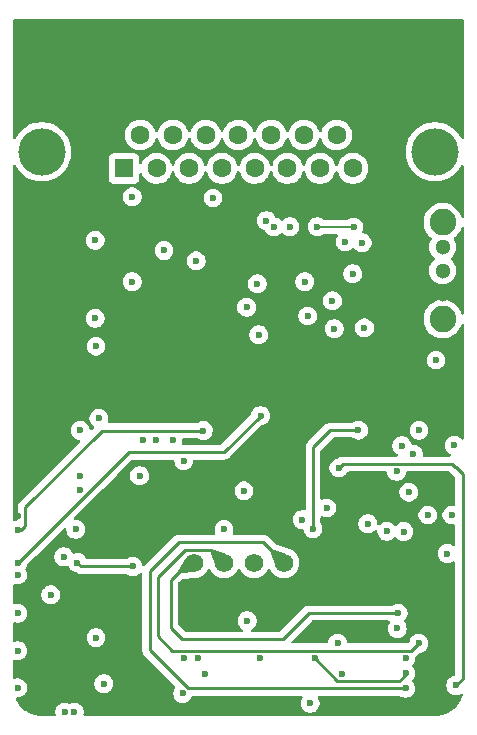
<source format=gbr>
%TF.GenerationSoftware,KiCad,Pcbnew,9.0.4*%
%TF.CreationDate,2025-09-17T11:37:43+01:00*%
%TF.ProjectId,PinCheck-4,50696e43-6865-4636-9b2d-342e6b696361,rev?*%
%TF.SameCoordinates,Original*%
%TF.FileFunction,Copper,L3,Inr*%
%TF.FilePolarity,Positive*%
%FSLAX46Y46*%
G04 Gerber Fmt 4.6, Leading zero omitted, Abs format (unit mm)*
G04 Created by KiCad (PCBNEW 9.0.4) date 2025-09-17 11:37:43*
%MOMM*%
%LPD*%
G01*
G04 APERTURE LIST*
%TA.AperFunction,ComponentPad*%
%ADD10C,4.000000*%
%TD*%
%TA.AperFunction,ComponentPad*%
%ADD11R,1.600000X1.600000*%
%TD*%
%TA.AperFunction,ComponentPad*%
%ADD12C,1.600000*%
%TD*%
%TA.AperFunction,ComponentPad*%
%ADD13C,1.574800*%
%TD*%
%TA.AperFunction,ComponentPad*%
%ADD14C,1.300000*%
%TD*%
%TA.AperFunction,ComponentPad*%
%ADD15C,2.250000*%
%TD*%
%TA.AperFunction,ViaPad*%
%ADD16C,0.600000*%
%TD*%
%TA.AperFunction,Conductor*%
%ADD17C,0.250000*%
%TD*%
%TA.AperFunction,Conductor*%
%ADD18C,0.200000*%
%TD*%
G04 APERTURE END LIST*
D10*
%TO.N,N/C*%
%TO.C,J1*%
X168120000Y-83320000D03*
X134820000Y-83320000D03*
D11*
%TO.N,unconnected-(J1-Pad1)*%
X141775000Y-84740000D03*
D12*
%TO.N,Net-(U5-S1A)*%
X144545000Y-84740000D03*
%TO.N,Net-(U5-S1B)*%
X147315000Y-84740000D03*
%TO.N,Net-(U5-S2B)*%
X150085000Y-84740000D03*
%TO.N,unconnected-(J1-Pad5)*%
X152855000Y-84740000D03*
%TO.N,unconnected-(J1-Pad6)*%
X155625000Y-84740000D03*
%TO.N,unconnected-(J1-Pad7)*%
X158395000Y-84740000D03*
%TO.N,unconnected-(J1-Pad8)*%
X161165000Y-84740000D03*
%TO.N,Net-(J1-P9)*%
X143160000Y-81900000D03*
%TO.N,Net-(J1-P10)*%
X145930000Y-81900000D03*
%TO.N,Net-(J1-P111)*%
X148700000Y-81900000D03*
%TO.N,unconnected-(J1-P12-Pad12)*%
X151470000Y-81900000D03*
%TO.N,unconnected-(J1-P13-Pad13)*%
X154240000Y-81900000D03*
%TO.N,unconnected-(J1-P14-Pad14)*%
X157010000Y-81900000D03*
%TO.N,unconnected-(J1-P15-Pad15)*%
X159780000Y-81900000D03*
%TD*%
D13*
%TO.N,Net-(U8-I{slash}O1)*%
%TO.C,J2*%
X147700000Y-118120000D03*
%TO.N,Net-(U8-I{slash}O2)*%
X150240000Y-118120000D03*
%TO.N,Net-(U8-I{slash}O3)*%
X152780000Y-118120000D03*
%TO.N,Net-(U8-I{slash}O4)*%
X155320000Y-118120000D03*
%TD*%
D14*
%TO.N,VCC*%
%TO.C,SW2*%
X168770000Y-95390000D03*
%TO.N,Net-(SW2-COM)*%
X168770000Y-93390000D03*
%TO.N,unconnected-(SW2-NC-Pad3)*%
X168770000Y-91390000D03*
D15*
%TO.N,GND*%
X168770000Y-97490000D03*
X168770000Y-89290000D03*
%TD*%
D16*
%TO.N,GND*%
X140072500Y-128360000D03*
X137570000Y-130760000D03*
X156890000Y-114480000D03*
X136770001Y-130760000D03*
X169140000Y-117340000D03*
X165900000Y-112140000D03*
X139410000Y-124468750D03*
%TO.N,VCC*%
X160519999Y-103575000D03*
X147509999Y-103575000D03*
X133989999Y-104695000D03*
X133190000Y-103575000D03*
X132780000Y-109251875D03*
X159720000Y-104695000D03*
X133190000Y-96150000D03*
X146710001Y-89010000D03*
X159720000Y-121460000D03*
X143420000Y-99930000D03*
X133989999Y-103575000D03*
X152610001Y-87120000D03*
X167190000Y-94990000D03*
X146710000Y-103575000D03*
X166480000Y-113750000D03*
X165140000Y-118542499D03*
X160519999Y-104695000D03*
X153410000Y-87120000D03*
X159720000Y-103575000D03*
X165140000Y-117742500D03*
X146710000Y-121460000D03*
X146710001Y-90130000D03*
X161000000Y-115450000D03*
X147509999Y-121460000D03*
X147509999Y-120340000D03*
X146710000Y-120340000D03*
X147509999Y-104695000D03*
X133989999Y-96150000D03*
X147510000Y-89010000D03*
X147510000Y-90130000D03*
X167190000Y-95789999D03*
X133190000Y-104695000D03*
X146710000Y-104695000D03*
X132780000Y-111720000D03*
X132780000Y-114188125D03*
X160519999Y-121460000D03*
%TO.N,Net-(Q1-D)*%
X165460000Y-115480000D03*
X169740000Y-108170000D03*
X158960000Y-113485000D03*
X162420000Y-114824000D03*
X169545000Y-114080000D03*
%TO.N,Net-(U3-THR)*%
X139340000Y-97420000D03*
X139340000Y-90810000D03*
%TO.N,CLK*%
X139410000Y-99780000D03*
%TO.N,Net-(D2-K)*%
X142480000Y-87150000D03*
%TO.N,Q0*%
X161143972Y-93659998D03*
X168200000Y-100960000D03*
X153070000Y-94510000D03*
X145930000Y-107740000D03*
%TO.N,Net-(D3-K)*%
X132780000Y-119159072D03*
%TO.N,Net-(D4-K)*%
X132780000Y-122390000D03*
%TO.N,Q1*%
X146840000Y-109469000D03*
X166280000Y-108929000D03*
X152160000Y-96480000D03*
%TO.N,Q2*%
X157330000Y-97230000D03*
X138070000Y-111960000D03*
X164860000Y-110380000D03*
%TO.N,Net-(D5-K)*%
X132780000Y-125560000D03*
%TO.N,Net-(D6-K)*%
X132780000Y-128720000D03*
%TO.N,Q3*%
X139660000Y-105900000D03*
X165300000Y-108210000D03*
X153180000Y-98820000D03*
%TO.N,Net-(D7-A_RED)*%
X136670000Y-117620000D03*
%TO.N,Net-(D7-A_GREEN)*%
X135590000Y-120840000D03*
%TO.N,Net-(U5-S2B)*%
X145170000Y-91680000D03*
%TO.N,Net-(J1-P10)*%
X153846880Y-89157530D03*
%TO.N,Net-(U2-L)*%
X167515000Y-114080000D03*
X164045000Y-115449000D03*
%TO.N,R*%
X132780000Y-115360000D03*
X148500000Y-106930000D03*
%TO.N,G*%
X132780000Y-118170000D03*
X153340000Y-105670000D03*
%TO.N,Net-(R10-Pad1)*%
X142480000Y-94330000D03*
%TO.N,Net-(U5-D1)*%
X159590000Y-98300000D03*
%TO.N,Net-(U5-D2)*%
X161940000Y-91030000D03*
X147890000Y-92570000D03*
%TO.N,Net-(U5-D3)*%
X159430000Y-95950000D03*
%TO.N,Net-(U5-D4)*%
X155815735Y-89665735D03*
X162140000Y-98240000D03*
X160500000Y-90950000D03*
%TO.N,NOT_S1*%
X143100000Y-110759000D03*
X159864786Y-124951000D03*
%TO.N,NOT_S0*%
X144490000Y-107700000D03*
X160230000Y-127500000D03*
%TO.N,S1*%
X164910000Y-123687500D03*
X153330000Y-126195000D03*
%TO.N,S0*%
X165620000Y-126226500D03*
X152210000Y-123040000D03*
X166760000Y-106900000D03*
%TO.N,S2*%
X148060000Y-126210000D03*
X159980000Y-110095000D03*
X169870000Y-128510000D03*
X157540000Y-130018500D03*
%TO.N,S3*%
X161630000Y-106890000D03*
X146753058Y-129186942D03*
X157780000Y-115250000D03*
%TO.N,NOT_S2*%
X138070000Y-110740000D03*
X148610000Y-127540000D03*
%TO.N,NOT_S3*%
X138070000Y-106920000D03*
X146900000Y-126210000D03*
%TO.N,Net-(U10-Pad3)*%
X151940000Y-112040000D03*
X143380000Y-107750000D03*
%TO.N,Net-(SW2-COM)*%
X149317817Y-87237960D03*
X161250000Y-89700000D03*
X158160000Y-89670000D03*
%TO.N,Net-(J1-P9)*%
X157090000Y-94330000D03*
%TO.N,Net-(J1-P111)*%
X154461189Y-89670000D03*
%TO.N,Net-(U8-I{slash}O4)*%
X165620000Y-128750000D03*
%TO.N,Net-(U8-I{slash}O3)*%
X165620000Y-127490000D03*
X157920000Y-126226500D03*
%TO.N,Net-(U8-I{slash}O2)*%
X166730000Y-124957500D03*
X137700000Y-115290000D03*
X150250000Y-115290000D03*
%TO.N,Net-(U8-I{slash}O1)*%
X137845001Y-118106415D03*
X164990000Y-122380000D03*
X142530000Y-118440000D03*
%TD*%
D17*
%TO.N,Net-(U8-I{slash}O1)*%
X138178586Y-118440000D02*
X142530000Y-118440000D01*
X137845001Y-118106415D02*
X138178586Y-118440000D01*
%TO.N,S2*%
X170444000Y-110640000D02*
X169854000Y-110050000D01*
X160321000Y-109754000D02*
X159980000Y-110095000D01*
X169854000Y-110050000D02*
X169840000Y-110050000D01*
X170444000Y-127936000D02*
X170444000Y-110640000D01*
X169840000Y-110050000D02*
X169544000Y-109754000D01*
X169544000Y-109754000D02*
X160321000Y-109754000D01*
X169870000Y-128510000D02*
X170444000Y-127936000D01*
%TO.N,R*%
X133406000Y-115004000D02*
X133406000Y-113424000D01*
X139900000Y-106930000D02*
X148500000Y-106930000D01*
X133050000Y-115360000D02*
X133406000Y-115004000D01*
X133406000Y-113424000D02*
X139900000Y-106930000D01*
X132780000Y-115360000D02*
X133050000Y-115360000D01*
%TO.N,G*%
X142190000Y-108760000D02*
X150250000Y-108760000D01*
X132780000Y-118170000D02*
X142190000Y-108760000D01*
X150250000Y-108760000D02*
X153340000Y-105670000D01*
%TO.N,S3*%
X157780000Y-108350000D02*
X159180000Y-106950000D01*
X159240000Y-106890000D02*
X161630000Y-106890000D01*
X157780000Y-115250000D02*
X157780000Y-108350000D01*
X159180000Y-106950000D02*
X159240000Y-106890000D01*
D18*
%TO.N,Net-(SW2-COM)*%
X158160000Y-89670000D02*
X161220000Y-89670000D01*
X161220000Y-89670000D02*
X161250000Y-89700000D01*
D17*
%TO.N,Net-(U8-I{slash}O4)*%
X143950000Y-125500000D02*
X147200000Y-128750000D01*
X146430000Y-116380000D02*
X143950000Y-118860000D01*
X155320000Y-118120000D02*
X153580000Y-116380000D01*
X153580000Y-116380000D02*
X146430000Y-116380000D01*
X147200000Y-128750000D02*
X165620000Y-128750000D01*
X143950000Y-118860000D02*
X143950000Y-125500000D01*
%TO.N,Net-(U8-I{slash}O3)*%
X165620000Y-127600000D02*
X165620000Y-127490000D01*
X165570000Y-127540000D02*
X165620000Y-127490000D01*
X165080000Y-128140000D02*
X165620000Y-127600000D01*
X159833500Y-128140000D02*
X165080000Y-128140000D01*
X157920000Y-126226500D02*
X159833500Y-128140000D01*
%TO.N,Net-(U8-I{slash}O2)*%
X160199298Y-125576000D02*
X159680702Y-125576000D01*
X159674702Y-125570000D02*
X145870000Y-125570000D01*
X160205298Y-125570000D02*
X160199298Y-125576000D01*
X149126600Y-117006600D02*
X150240000Y-118120000D01*
X166722500Y-124957500D02*
X166110000Y-125570000D01*
X166110000Y-125570000D02*
X163820000Y-125570000D01*
X146963400Y-117006600D02*
X149126600Y-117006600D01*
X164080000Y-125570000D02*
X160205298Y-125570000D01*
X144650000Y-124350000D02*
X144650000Y-119320000D01*
X166730000Y-124957500D02*
X166722500Y-124957500D01*
X144650000Y-119320000D02*
X146963400Y-117006600D01*
X159680702Y-125576000D02*
X159674702Y-125570000D01*
X145870000Y-125570000D02*
X144650000Y-124350000D01*
%TO.N,Net-(U8-I{slash}O1)*%
X147180000Y-118120000D02*
X145750000Y-119550000D01*
X145750000Y-123650000D02*
X146690000Y-124590000D01*
X164990000Y-122380000D02*
X157450000Y-122380000D01*
X146690000Y-124590000D02*
X155240000Y-124590000D01*
X155240000Y-124590000D02*
X157450000Y-122380000D01*
X147700000Y-118120000D02*
X147180000Y-118120000D01*
X145750000Y-119550000D02*
X145750000Y-123650000D01*
%TD*%
%TA.AperFunction,Conductor*%
%TO.N,VCC*%
G36*
X170512539Y-72120185D02*
G01*
X170558294Y-72172989D01*
X170569500Y-72224500D01*
X170569500Y-82100093D01*
X170549815Y-82167132D01*
X170497011Y-82212887D01*
X170427853Y-82222831D01*
X170364297Y-82193806D01*
X170333780Y-82153895D01*
X170311946Y-82108557D01*
X170245212Y-82002351D01*
X170162523Y-81870752D01*
X169987416Y-81651175D01*
X169788825Y-81452584D01*
X169569248Y-81277477D01*
X169331445Y-81128055D01*
X169331442Y-81128053D01*
X169078411Y-81006200D01*
X168813329Y-80913443D01*
X168813317Y-80913439D01*
X168539512Y-80850945D01*
X168539494Y-80850942D01*
X168260431Y-80819500D01*
X168260425Y-80819500D01*
X167979575Y-80819500D01*
X167979568Y-80819500D01*
X167700505Y-80850942D01*
X167700487Y-80850945D01*
X167426682Y-80913439D01*
X167426670Y-80913443D01*
X167161588Y-81006200D01*
X166908557Y-81128053D01*
X166670753Y-81277476D01*
X166451175Y-81452583D01*
X166252583Y-81651175D01*
X166077476Y-81870753D01*
X165928053Y-82108557D01*
X165806200Y-82361588D01*
X165713443Y-82626670D01*
X165713439Y-82626682D01*
X165650945Y-82900487D01*
X165650942Y-82900505D01*
X165619500Y-83179568D01*
X165619500Y-83460431D01*
X165650942Y-83739494D01*
X165650945Y-83739512D01*
X165713439Y-84013317D01*
X165713443Y-84013329D01*
X165806200Y-84278411D01*
X165928053Y-84531442D01*
X165928055Y-84531445D01*
X166077477Y-84769248D01*
X166135775Y-84842351D01*
X166242284Y-84975910D01*
X166252584Y-84988825D01*
X166451175Y-85187416D01*
X166670752Y-85362523D01*
X166908555Y-85511945D01*
X167161592Y-85633801D01*
X167360680Y-85703465D01*
X167426670Y-85726556D01*
X167426682Y-85726560D01*
X167700491Y-85789055D01*
X167700497Y-85789055D01*
X167700505Y-85789057D01*
X167886547Y-85810018D01*
X167979569Y-85820499D01*
X167979572Y-85820500D01*
X167979575Y-85820500D01*
X168260428Y-85820500D01*
X168260429Y-85820499D01*
X168403055Y-85804429D01*
X168539494Y-85789057D01*
X168539499Y-85789056D01*
X168539509Y-85789055D01*
X168813318Y-85726560D01*
X169078408Y-85633801D01*
X169331445Y-85511945D01*
X169569248Y-85362523D01*
X169788825Y-85187416D01*
X169987416Y-84988825D01*
X170162523Y-84769248D01*
X170311945Y-84531445D01*
X170325119Y-84504089D01*
X170333780Y-84486105D01*
X170380602Y-84434245D01*
X170448029Y-84415932D01*
X170514653Y-84436979D01*
X170559321Y-84490705D01*
X170569500Y-84539906D01*
X170569500Y-88785158D01*
X170549815Y-88852197D01*
X170497011Y-88897952D01*
X170427853Y-88907896D01*
X170364297Y-88878871D01*
X170327569Y-88823476D01*
X170276411Y-88666027D01*
X170276410Y-88666024D01*
X170236185Y-88587080D01*
X170160252Y-88438053D01*
X170101386Y-88357030D01*
X170009867Y-88231064D01*
X170009863Y-88231059D01*
X169828940Y-88050136D01*
X169828935Y-88050132D01*
X169621950Y-87899750D01*
X169621949Y-87899749D01*
X169621947Y-87899748D01*
X169542740Y-87859390D01*
X169393975Y-87783589D01*
X169393972Y-87783588D01*
X169150640Y-87704526D01*
X169024284Y-87684513D01*
X168897930Y-87664500D01*
X168642070Y-87664500D01*
X168557833Y-87677842D01*
X168389359Y-87704526D01*
X168146027Y-87783588D01*
X168146024Y-87783589D01*
X167918049Y-87899750D01*
X167711064Y-88050132D01*
X167711059Y-88050136D01*
X167530136Y-88231059D01*
X167530132Y-88231064D01*
X167379750Y-88438049D01*
X167263589Y-88666024D01*
X167263588Y-88666027D01*
X167184526Y-88909359D01*
X167162472Y-89048602D01*
X167144500Y-89162070D01*
X167144500Y-89417930D01*
X167163312Y-89536702D01*
X167184526Y-89670640D01*
X167263588Y-89913972D01*
X167263589Y-89913975D01*
X167332480Y-90049179D01*
X167355887Y-90095118D01*
X167379750Y-90141950D01*
X167530132Y-90348935D01*
X167530136Y-90348940D01*
X167530138Y-90348942D01*
X167711058Y-90529862D01*
X167711061Y-90529864D01*
X167782071Y-90581456D01*
X167824737Y-90636786D01*
X167830716Y-90706399D01*
X167809506Y-90754657D01*
X167786003Y-90787007D01*
X167703788Y-90948360D01*
X167703787Y-90948363D01*
X167647829Y-91120589D01*
X167619500Y-91299448D01*
X167619500Y-91480551D01*
X167647829Y-91659410D01*
X167703787Y-91831636D01*
X167703788Y-91831639D01*
X167786006Y-91992997D01*
X167892441Y-92139494D01*
X167892445Y-92139499D01*
X168020500Y-92267554D01*
X168050956Y-92289682D01*
X168093621Y-92345013D01*
X168099600Y-92414626D01*
X168066994Y-92476421D01*
X168050956Y-92490318D01*
X168020500Y-92512445D01*
X167892445Y-92640500D01*
X167892441Y-92640505D01*
X167786006Y-92787002D01*
X167703788Y-92948360D01*
X167703787Y-92948363D01*
X167647829Y-93120589D01*
X167619500Y-93299448D01*
X167619500Y-93480551D01*
X167647829Y-93659410D01*
X167703787Y-93831636D01*
X167703788Y-93831639D01*
X167786006Y-93992997D01*
X167892441Y-94139494D01*
X167892445Y-94139499D01*
X168020500Y-94267554D01*
X168020505Y-94267558D01*
X168148287Y-94360396D01*
X168167006Y-94373996D01*
X168272484Y-94427740D01*
X168328360Y-94456211D01*
X168328363Y-94456212D01*
X168414476Y-94484191D01*
X168500591Y-94512171D01*
X168583429Y-94525291D01*
X168679449Y-94540500D01*
X168679454Y-94540500D01*
X168860551Y-94540500D01*
X168947259Y-94526765D01*
X169039409Y-94512171D01*
X169211639Y-94456211D01*
X169372994Y-94373996D01*
X169519501Y-94267553D01*
X169647553Y-94139501D01*
X169753996Y-93992994D01*
X169836211Y-93831639D01*
X169892171Y-93659409D01*
X169907874Y-93560263D01*
X169920500Y-93480551D01*
X169920500Y-93299448D01*
X169903447Y-93191786D01*
X169892171Y-93120591D01*
X169836940Y-92950604D01*
X169836212Y-92948363D01*
X169836211Y-92948360D01*
X169806606Y-92890259D01*
X169753996Y-92787006D01*
X169740396Y-92768287D01*
X169647558Y-92640505D01*
X169647554Y-92640500D01*
X169519501Y-92512447D01*
X169489044Y-92490319D01*
X169446378Y-92434989D01*
X169440399Y-92365376D01*
X169473004Y-92303580D01*
X169489044Y-92289681D01*
X169519501Y-92267553D01*
X169647553Y-92139501D01*
X169753996Y-91992994D01*
X169836211Y-91831639D01*
X169892171Y-91659409D01*
X169911038Y-91540288D01*
X169920500Y-91480551D01*
X169920500Y-91299448D01*
X169899950Y-91169707D01*
X169892171Y-91120591D01*
X169843439Y-90970606D01*
X169836212Y-90948363D01*
X169836211Y-90948360D01*
X169794319Y-90866145D01*
X169753996Y-90787006D01*
X169730494Y-90754658D01*
X169707015Y-90688854D01*
X169722840Y-90620800D01*
X169757927Y-90581456D01*
X169828942Y-90529862D01*
X170009862Y-90348942D01*
X170160252Y-90141947D01*
X170276410Y-89913975D01*
X170279813Y-89903501D01*
X170327569Y-89756523D01*
X170367006Y-89698848D01*
X170431365Y-89671649D01*
X170500211Y-89683563D01*
X170551687Y-89730807D01*
X170569500Y-89794841D01*
X170569500Y-96985158D01*
X170549815Y-97052197D01*
X170497011Y-97097952D01*
X170427853Y-97107896D01*
X170364297Y-97078871D01*
X170327569Y-97023476D01*
X170276411Y-96866027D01*
X170276410Y-96866024D01*
X170217546Y-96750499D01*
X170160252Y-96638053D01*
X170112109Y-96571789D01*
X170009867Y-96431064D01*
X170009863Y-96431059D01*
X169828940Y-96250136D01*
X169828935Y-96250132D01*
X169621950Y-96099750D01*
X169621949Y-96099749D01*
X169621947Y-96099748D01*
X169482791Y-96028844D01*
X169393975Y-95983589D01*
X169393972Y-95983588D01*
X169150640Y-95904526D01*
X169024284Y-95884513D01*
X168897930Y-95864500D01*
X168642070Y-95864500D01*
X168600053Y-95871155D01*
X168389359Y-95904526D01*
X168146027Y-95983588D01*
X168146024Y-95983589D01*
X167918049Y-96099750D01*
X167711064Y-96250132D01*
X167711059Y-96250136D01*
X167530136Y-96431059D01*
X167530132Y-96431064D01*
X167379750Y-96638049D01*
X167263589Y-96866024D01*
X167263588Y-96866027D01*
X167184526Y-97109359D01*
X167171850Y-97189390D01*
X167144500Y-97362070D01*
X167144500Y-97617930D01*
X167144545Y-97618211D01*
X167184526Y-97870640D01*
X167263588Y-98113972D01*
X167263589Y-98113975D01*
X167342533Y-98268910D01*
X167367977Y-98318846D01*
X167379750Y-98341950D01*
X167530132Y-98548935D01*
X167530136Y-98548940D01*
X167711059Y-98729863D01*
X167711064Y-98729867D01*
X167821761Y-98810292D01*
X167918053Y-98880252D01*
X168053751Y-98949394D01*
X168146024Y-98996410D01*
X168146027Y-98996411D01*
X168267693Y-99035942D01*
X168389361Y-99075474D01*
X168642070Y-99115500D01*
X168642071Y-99115500D01*
X168897929Y-99115500D01*
X168897930Y-99115500D01*
X169150639Y-99075474D01*
X169393975Y-98996410D01*
X169621947Y-98880252D01*
X169828942Y-98729862D01*
X170009862Y-98548942D01*
X170160252Y-98341947D01*
X170276410Y-98113975D01*
X170291833Y-98066508D01*
X170327569Y-97956523D01*
X170367006Y-97898848D01*
X170431365Y-97871649D01*
X170500211Y-97883563D01*
X170551687Y-97930807D01*
X170569500Y-97994841D01*
X170569500Y-107568059D01*
X170549815Y-107635098D01*
X170497011Y-107680853D01*
X170427853Y-107690797D01*
X170364297Y-107661772D01*
X170357819Y-107655740D01*
X170250292Y-107548213D01*
X170250288Y-107548210D01*
X170119185Y-107460609D01*
X170119172Y-107460602D01*
X169973501Y-107400264D01*
X169973489Y-107400261D01*
X169818845Y-107369500D01*
X169818842Y-107369500D01*
X169661158Y-107369500D01*
X169661155Y-107369500D01*
X169506510Y-107400261D01*
X169506498Y-107400264D01*
X169360827Y-107460602D01*
X169360814Y-107460609D01*
X169229711Y-107548210D01*
X169229707Y-107548213D01*
X169118213Y-107659707D01*
X169118210Y-107659711D01*
X169030609Y-107790814D01*
X169030602Y-107790827D01*
X168970264Y-107936498D01*
X168970261Y-107936510D01*
X168939500Y-108091153D01*
X168939500Y-108248846D01*
X168970261Y-108403489D01*
X168970264Y-108403501D01*
X169030602Y-108549172D01*
X169030609Y-108549185D01*
X169118210Y-108680288D01*
X169118213Y-108680292D01*
X169229707Y-108791786D01*
X169229711Y-108791789D01*
X169360814Y-108879390D01*
X169360827Y-108879397D01*
X169386278Y-108889939D01*
X169440682Y-108933779D01*
X169462747Y-109000073D01*
X169445468Y-109067773D01*
X169394331Y-109115384D01*
X169338826Y-109128500D01*
X167204500Y-109128500D01*
X167137461Y-109108815D01*
X167091706Y-109056011D01*
X167080500Y-109004500D01*
X167080500Y-108850155D01*
X167080499Y-108850153D01*
X167076846Y-108831786D01*
X167049737Y-108695503D01*
X167045080Y-108684260D01*
X166989397Y-108549827D01*
X166989390Y-108549814D01*
X166901789Y-108418711D01*
X166901786Y-108418707D01*
X166790292Y-108307213D01*
X166790288Y-108307210D01*
X166659185Y-108219609D01*
X166659172Y-108219602D01*
X166513501Y-108159264D01*
X166513489Y-108159261D01*
X166358845Y-108128500D01*
X166358842Y-108128500D01*
X166201735Y-108128500D01*
X166134696Y-108108815D01*
X166088941Y-108056011D01*
X166080119Y-108028698D01*
X166069737Y-107976503D01*
X166059284Y-107951267D01*
X166009397Y-107830827D01*
X166009390Y-107830814D01*
X165921789Y-107699711D01*
X165921786Y-107699707D01*
X165810292Y-107588213D01*
X165810288Y-107588210D01*
X165679185Y-107500609D01*
X165679172Y-107500602D01*
X165533501Y-107440264D01*
X165533489Y-107440261D01*
X165378845Y-107409500D01*
X165378842Y-107409500D01*
X165221158Y-107409500D01*
X165221155Y-107409500D01*
X165066510Y-107440261D01*
X165066498Y-107440264D01*
X164920827Y-107500602D01*
X164920814Y-107500609D01*
X164789711Y-107588210D01*
X164789707Y-107588213D01*
X164678213Y-107699707D01*
X164678210Y-107699711D01*
X164590609Y-107830814D01*
X164590602Y-107830827D01*
X164530264Y-107976498D01*
X164530261Y-107976510D01*
X164499500Y-108131153D01*
X164499500Y-108288846D01*
X164530261Y-108443489D01*
X164530264Y-108443501D01*
X164590602Y-108589172D01*
X164590609Y-108589185D01*
X164678210Y-108720288D01*
X164678213Y-108720292D01*
X164789707Y-108831786D01*
X164789711Y-108831789D01*
X164893887Y-108901398D01*
X164938692Y-108955010D01*
X164947399Y-109024335D01*
X164917244Y-109087363D01*
X164857801Y-109124082D01*
X164824996Y-109128500D01*
X160259389Y-109128500D01*
X160203048Y-109139707D01*
X160198971Y-109140518D01*
X160138548Y-109152537D01*
X160114503Y-109162497D01*
X160107083Y-109165570D01*
X160107073Y-109165573D01*
X160024717Y-109199685D01*
X160014564Y-109206471D01*
X160014561Y-109206473D01*
X159922268Y-109268141D01*
X159922259Y-109268148D01*
X159921195Y-109269213D01*
X159920500Y-109269591D01*
X159917558Y-109272007D01*
X159917099Y-109271448D01*
X159859869Y-109302693D01*
X159857714Y-109303141D01*
X159746508Y-109325261D01*
X159746498Y-109325264D01*
X159600827Y-109385602D01*
X159600814Y-109385609D01*
X159469711Y-109473210D01*
X159469707Y-109473213D01*
X159358213Y-109584707D01*
X159358210Y-109584711D01*
X159270609Y-109715814D01*
X159270602Y-109715827D01*
X159210264Y-109861498D01*
X159210261Y-109861510D01*
X159179500Y-110016153D01*
X159179500Y-110173846D01*
X159210261Y-110328489D01*
X159210264Y-110328501D01*
X159270602Y-110474172D01*
X159270609Y-110474185D01*
X159358210Y-110605288D01*
X159358213Y-110605292D01*
X159469707Y-110716786D01*
X159469711Y-110716789D01*
X159600814Y-110804390D01*
X159600827Y-110804397D01*
X159746498Y-110864735D01*
X159746503Y-110864737D01*
X159860266Y-110887366D01*
X159901153Y-110895499D01*
X159901156Y-110895500D01*
X159901158Y-110895500D01*
X160058844Y-110895500D01*
X160058845Y-110895499D01*
X160213497Y-110864737D01*
X160359179Y-110804394D01*
X160490289Y-110716789D01*
X160601789Y-110605289D01*
X160689394Y-110474179D01*
X160696903Y-110456049D01*
X160740742Y-110401646D01*
X160807036Y-110379579D01*
X160811465Y-110379500D01*
X163941954Y-110379500D01*
X164008993Y-110399185D01*
X164054748Y-110451989D01*
X164063571Y-110479309D01*
X164090261Y-110613489D01*
X164090264Y-110613501D01*
X164150602Y-110759172D01*
X164150609Y-110759185D01*
X164238210Y-110890288D01*
X164238213Y-110890292D01*
X164349707Y-111001786D01*
X164349711Y-111001789D01*
X164480814Y-111089390D01*
X164480827Y-111089397D01*
X164626498Y-111149735D01*
X164626503Y-111149737D01*
X164781153Y-111180499D01*
X164781156Y-111180500D01*
X164781158Y-111180500D01*
X164938844Y-111180500D01*
X164938845Y-111180499D01*
X165093497Y-111149737D01*
X165239179Y-111089394D01*
X165370289Y-111001789D01*
X165481789Y-110890289D01*
X165569394Y-110759179D01*
X165575495Y-110744451D01*
X165602125Y-110680158D01*
X165629737Y-110613497D01*
X165656429Y-110479309D01*
X165688814Y-110417398D01*
X165749529Y-110382824D01*
X165778046Y-110379500D01*
X169233548Y-110379500D01*
X169262988Y-110388144D01*
X169292975Y-110394668D01*
X169297990Y-110398422D01*
X169300587Y-110399185D01*
X169321229Y-110415819D01*
X169351016Y-110445606D01*
X169351045Y-110445637D01*
X169441262Y-110535854D01*
X169441265Y-110535856D01*
X169441267Y-110535858D01*
X169473312Y-110557270D01*
X169492096Y-110572686D01*
X169782181Y-110862771D01*
X169815666Y-110924094D01*
X169818500Y-110950452D01*
X169818500Y-113167125D01*
X169798815Y-113234164D01*
X169746011Y-113279919D01*
X169676853Y-113289863D01*
X169670309Y-113288742D01*
X169623846Y-113279500D01*
X169623842Y-113279500D01*
X169466158Y-113279500D01*
X169466155Y-113279500D01*
X169311510Y-113310261D01*
X169311498Y-113310264D01*
X169165827Y-113370602D01*
X169165814Y-113370609D01*
X169034711Y-113458210D01*
X169034707Y-113458213D01*
X168923213Y-113569707D01*
X168923210Y-113569711D01*
X168835609Y-113700814D01*
X168835602Y-113700827D01*
X168775264Y-113846498D01*
X168775261Y-113846510D01*
X168744500Y-114001153D01*
X168744500Y-114158846D01*
X168775261Y-114313489D01*
X168775264Y-114313501D01*
X168835602Y-114459172D01*
X168835609Y-114459185D01*
X168923210Y-114590288D01*
X168923213Y-114590292D01*
X169034707Y-114701786D01*
X169034711Y-114701789D01*
X169165814Y-114789390D01*
X169165827Y-114789397D01*
X169311498Y-114849735D01*
X169311503Y-114849737D01*
X169419691Y-114871257D01*
X169466153Y-114880499D01*
X169466156Y-114880500D01*
X169466158Y-114880500D01*
X169623843Y-114880500D01*
X169639004Y-114877484D01*
X169670308Y-114871257D01*
X169739899Y-114877484D01*
X169795077Y-114920346D01*
X169818322Y-114986235D01*
X169818500Y-114992874D01*
X169818500Y-116598617D01*
X169798815Y-116665656D01*
X169746011Y-116711411D01*
X169676853Y-116721355D01*
X169625610Y-116701719D01*
X169519190Y-116630612D01*
X169519172Y-116630602D01*
X169373501Y-116570264D01*
X169373489Y-116570261D01*
X169218845Y-116539500D01*
X169218842Y-116539500D01*
X169061158Y-116539500D01*
X169061155Y-116539500D01*
X168906510Y-116570261D01*
X168906498Y-116570264D01*
X168760827Y-116630602D01*
X168760814Y-116630609D01*
X168629711Y-116718210D01*
X168629707Y-116718213D01*
X168518213Y-116829707D01*
X168518210Y-116829711D01*
X168430609Y-116960814D01*
X168430602Y-116960827D01*
X168370264Y-117106498D01*
X168370261Y-117106510D01*
X168339500Y-117261153D01*
X168339500Y-117418846D01*
X168370261Y-117573489D01*
X168370264Y-117573501D01*
X168430602Y-117719172D01*
X168430609Y-117719185D01*
X168518210Y-117850288D01*
X168518213Y-117850292D01*
X168629707Y-117961786D01*
X168629711Y-117961789D01*
X168760814Y-118049390D01*
X168760827Y-118049397D01*
X168838047Y-118081382D01*
X168906503Y-118109737D01*
X169061153Y-118140499D01*
X169061156Y-118140500D01*
X169061158Y-118140500D01*
X169218844Y-118140500D01*
X169218845Y-118140499D01*
X169373497Y-118109737D01*
X169491592Y-118060821D01*
X169519172Y-118049397D01*
X169519172Y-118049396D01*
X169519179Y-118049394D01*
X169519185Y-118049390D01*
X169625609Y-117978280D01*
X169692286Y-117957402D01*
X169759667Y-117975886D01*
X169806357Y-118027865D01*
X169818500Y-118081382D01*
X169818500Y-127602297D01*
X169798815Y-127669336D01*
X169746011Y-127715091D01*
X169718692Y-127723914D01*
X169636508Y-127740261D01*
X169636498Y-127740264D01*
X169490827Y-127800602D01*
X169490814Y-127800609D01*
X169359711Y-127888210D01*
X169359707Y-127888213D01*
X169248213Y-127999707D01*
X169248210Y-127999711D01*
X169160609Y-128130814D01*
X169160602Y-128130827D01*
X169100264Y-128276498D01*
X169100261Y-128276510D01*
X169069500Y-128431153D01*
X169069500Y-128588846D01*
X169100261Y-128743489D01*
X169100264Y-128743501D01*
X169160602Y-128889172D01*
X169160609Y-128889185D01*
X169248210Y-129020288D01*
X169248213Y-129020292D01*
X169359707Y-129131786D01*
X169359711Y-129131789D01*
X169490814Y-129219390D01*
X169490827Y-129219397D01*
X169636498Y-129279735D01*
X169636503Y-129279737D01*
X169791153Y-129310499D01*
X169791156Y-129310500D01*
X169791158Y-129310500D01*
X169948844Y-129310500D01*
X169948845Y-129310499D01*
X170103497Y-129279737D01*
X170249179Y-129219394D01*
X170262028Y-129210808D01*
X170289201Y-129202298D01*
X170315299Y-129190896D01*
X170322115Y-129191991D01*
X170328703Y-129189928D01*
X170356170Y-129197461D01*
X170384285Y-129201978D01*
X170389425Y-129206582D01*
X170396084Y-129208409D01*
X170415115Y-129229594D01*
X170436328Y-129248596D01*
X170438163Y-129255251D01*
X170442776Y-129260386D01*
X170447332Y-129288495D01*
X170454905Y-129315951D01*
X170453351Y-129325624D01*
X170453956Y-129329356D01*
X170449307Y-129350798D01*
X170409306Y-129479167D01*
X170403997Y-129493168D01*
X170286275Y-129754736D01*
X170279316Y-129767995D01*
X170130928Y-130013459D01*
X170122422Y-130025782D01*
X169945526Y-130251573D01*
X169935596Y-130262781D01*
X169732781Y-130465596D01*
X169721573Y-130475526D01*
X169495782Y-130652422D01*
X169483459Y-130660928D01*
X169237995Y-130809316D01*
X169224736Y-130816275D01*
X168963168Y-130933997D01*
X168949167Y-130939306D01*
X168675336Y-131024635D01*
X168660798Y-131028219D01*
X168378659Y-131079923D01*
X168363794Y-131081728D01*
X168073736Y-131099274D01*
X168066249Y-131099500D01*
X138469746Y-131099500D01*
X138402707Y-131079815D01*
X138356952Y-131027011D01*
X138347008Y-130957853D01*
X138348129Y-130951308D01*
X138370500Y-130838844D01*
X138370500Y-130681155D01*
X138370499Y-130681153D01*
X138364784Y-130652422D01*
X138339737Y-130526503D01*
X138314509Y-130465596D01*
X138279397Y-130380827D01*
X138279390Y-130380814D01*
X138191789Y-130249711D01*
X138191786Y-130249707D01*
X138080292Y-130138213D01*
X138080288Y-130138210D01*
X137949185Y-130050609D01*
X137949172Y-130050602D01*
X137803501Y-129990264D01*
X137803489Y-129990261D01*
X137648845Y-129959500D01*
X137648842Y-129959500D01*
X137491158Y-129959500D01*
X137491155Y-129959500D01*
X137336510Y-129990261D01*
X137336498Y-129990264D01*
X137217452Y-130039574D01*
X137147982Y-130047043D01*
X137122548Y-130039574D01*
X137003502Y-129990264D01*
X137003490Y-129990261D01*
X136848846Y-129959500D01*
X136848843Y-129959500D01*
X136691159Y-129959500D01*
X136691156Y-129959500D01*
X136536511Y-129990261D01*
X136536499Y-129990264D01*
X136390828Y-130050602D01*
X136390815Y-130050609D01*
X136259712Y-130138210D01*
X136259708Y-130138213D01*
X136148214Y-130249707D01*
X136148211Y-130249711D01*
X136060610Y-130380814D01*
X136060603Y-130380827D01*
X136000265Y-130526498D01*
X136000262Y-130526510D01*
X135969501Y-130681153D01*
X135969501Y-130681158D01*
X135969501Y-130838842D01*
X135969501Y-130838844D01*
X135969500Y-130838844D01*
X135991872Y-130951308D01*
X135985645Y-131020900D01*
X135942782Y-131076077D01*
X135876893Y-131099322D01*
X135870255Y-131099500D01*
X134873751Y-131099500D01*
X134866264Y-131099274D01*
X134576205Y-131081728D01*
X134561340Y-131079923D01*
X134279201Y-131028219D01*
X134264663Y-131024635D01*
X133990832Y-130939306D01*
X133976831Y-130933997D01*
X133721318Y-130819000D01*
X133715262Y-130816274D01*
X133702004Y-130809316D01*
X133667132Y-130788235D01*
X133456537Y-130660926D01*
X133444217Y-130652422D01*
X133428730Y-130640289D01*
X133218426Y-130475526D01*
X133207218Y-130465596D01*
X133004403Y-130262781D01*
X132994473Y-130251573D01*
X132905659Y-130138210D01*
X132817573Y-130025776D01*
X132809075Y-130013465D01*
X132660680Y-129767989D01*
X132653724Y-129754735D01*
X132627016Y-129695390D01*
X132617453Y-129626177D01*
X132646828Y-129562782D01*
X132705813Y-129525332D01*
X132740092Y-129520500D01*
X132858844Y-129520500D01*
X132858845Y-129520499D01*
X133013497Y-129489737D01*
X133159179Y-129429394D01*
X133290289Y-129341789D01*
X133401789Y-129230289D01*
X133489394Y-129099179D01*
X133549737Y-128953497D01*
X133580500Y-128798842D01*
X133580500Y-128641158D01*
X133580500Y-128641155D01*
X133580499Y-128641153D01*
X133571020Y-128593501D01*
X133549737Y-128486503D01*
X133529996Y-128438844D01*
X133489397Y-128340827D01*
X133489395Y-128340823D01*
X133489394Y-128340821D01*
X133449525Y-128281153D01*
X139272000Y-128281153D01*
X139272000Y-128438846D01*
X139302761Y-128593489D01*
X139302764Y-128593501D01*
X139363102Y-128739172D01*
X139363109Y-128739185D01*
X139450710Y-128870288D01*
X139450713Y-128870292D01*
X139562207Y-128981786D01*
X139562211Y-128981789D01*
X139693314Y-129069390D01*
X139693327Y-129069397D01*
X139837639Y-129129172D01*
X139839003Y-129129737D01*
X139993653Y-129160499D01*
X139993656Y-129160500D01*
X139993658Y-129160500D01*
X140151344Y-129160500D01*
X140151345Y-129160499D01*
X140305997Y-129129737D01*
X140451679Y-129069394D01*
X140582789Y-128981789D01*
X140694289Y-128870289D01*
X140781894Y-128739179D01*
X140842237Y-128593497D01*
X140873000Y-128438842D01*
X140873000Y-128281158D01*
X140873000Y-128281155D01*
X140872999Y-128281153D01*
X140858787Y-128209707D01*
X140842237Y-128126503D01*
X140841407Y-128124500D01*
X140781897Y-127980827D01*
X140781890Y-127980814D01*
X140694289Y-127849711D01*
X140694286Y-127849707D01*
X140582792Y-127738213D01*
X140582788Y-127738210D01*
X140451685Y-127650609D01*
X140451672Y-127650602D01*
X140306001Y-127590264D01*
X140305989Y-127590261D01*
X140151345Y-127559500D01*
X140151342Y-127559500D01*
X139993658Y-127559500D01*
X139993655Y-127559500D01*
X139839010Y-127590261D01*
X139838998Y-127590264D01*
X139693327Y-127650602D01*
X139693314Y-127650609D01*
X139562211Y-127738210D01*
X139562207Y-127738213D01*
X139450713Y-127849707D01*
X139450710Y-127849711D01*
X139363109Y-127980814D01*
X139363102Y-127980827D01*
X139302764Y-128126498D01*
X139302761Y-128126510D01*
X139272000Y-128281153D01*
X133449525Y-128281153D01*
X133401789Y-128209711D01*
X133401786Y-128209707D01*
X133290292Y-128098213D01*
X133290288Y-128098210D01*
X133159185Y-128010609D01*
X133159172Y-128010602D01*
X133013501Y-127950264D01*
X133013489Y-127950261D01*
X132858845Y-127919500D01*
X132858842Y-127919500D01*
X132701158Y-127919500D01*
X132701155Y-127919500D01*
X132546510Y-127950261D01*
X132546500Y-127950263D01*
X132541944Y-127952151D01*
X132472475Y-127959614D01*
X132409998Y-127928335D01*
X132374350Y-127868243D01*
X132370500Y-127837586D01*
X132370500Y-126442413D01*
X132390185Y-126375374D01*
X132442989Y-126329619D01*
X132512147Y-126319675D01*
X132541948Y-126327850D01*
X132546503Y-126329737D01*
X132701153Y-126360499D01*
X132701156Y-126360500D01*
X132701158Y-126360500D01*
X132858844Y-126360500D01*
X132858845Y-126360499D01*
X133013497Y-126329737D01*
X133126166Y-126283067D01*
X133159172Y-126269397D01*
X133159172Y-126269396D01*
X133159179Y-126269394D01*
X133290289Y-126181789D01*
X133401789Y-126070289D01*
X133489394Y-125939179D01*
X133549737Y-125793497D01*
X133580500Y-125638842D01*
X133580500Y-125481158D01*
X133580500Y-125481155D01*
X133580499Y-125481153D01*
X133577841Y-125467789D01*
X133549737Y-125326503D01*
X133526022Y-125269249D01*
X133489397Y-125180827D01*
X133489390Y-125180814D01*
X133401789Y-125049711D01*
X133401786Y-125049707D01*
X133290292Y-124938213D01*
X133290288Y-124938210D01*
X133159185Y-124850609D01*
X133159172Y-124850602D01*
X133013501Y-124790264D01*
X133013489Y-124790261D01*
X132858845Y-124759500D01*
X132858842Y-124759500D01*
X132701158Y-124759500D01*
X132701155Y-124759500D01*
X132546510Y-124790261D01*
X132546500Y-124790263D01*
X132541944Y-124792151D01*
X132472475Y-124799614D01*
X132409998Y-124768335D01*
X132374350Y-124708243D01*
X132370500Y-124677586D01*
X132370500Y-124389903D01*
X138609500Y-124389903D01*
X138609500Y-124547596D01*
X138640261Y-124702239D01*
X138640264Y-124702251D01*
X138700602Y-124847922D01*
X138700609Y-124847935D01*
X138788210Y-124979038D01*
X138788213Y-124979042D01*
X138899707Y-125090536D01*
X138899711Y-125090539D01*
X139030814Y-125178140D01*
X139030827Y-125178147D01*
X139176498Y-125238485D01*
X139176503Y-125238487D01*
X139331153Y-125269249D01*
X139331156Y-125269250D01*
X139331158Y-125269250D01*
X139488844Y-125269250D01*
X139488845Y-125269249D01*
X139643497Y-125238487D01*
X139789179Y-125178144D01*
X139920289Y-125090539D01*
X140031789Y-124979039D01*
X140119394Y-124847929D01*
X140179737Y-124702247D01*
X140210500Y-124547592D01*
X140210500Y-124389908D01*
X140210500Y-124389905D01*
X140210499Y-124389903D01*
X140198427Y-124329213D01*
X140179737Y-124235253D01*
X140160066Y-124187763D01*
X140119397Y-124089577D01*
X140119390Y-124089564D01*
X140031789Y-123958461D01*
X140031786Y-123958457D01*
X139920292Y-123846963D01*
X139920288Y-123846960D01*
X139789185Y-123759359D01*
X139789172Y-123759352D01*
X139643501Y-123699014D01*
X139643489Y-123699011D01*
X139488845Y-123668250D01*
X139488842Y-123668250D01*
X139331158Y-123668250D01*
X139331155Y-123668250D01*
X139176510Y-123699011D01*
X139176498Y-123699014D01*
X139030827Y-123759352D01*
X139030814Y-123759359D01*
X138899711Y-123846960D01*
X138899707Y-123846963D01*
X138788213Y-123958457D01*
X138788210Y-123958461D01*
X138700609Y-124089564D01*
X138700602Y-124089577D01*
X138640264Y-124235248D01*
X138640261Y-124235260D01*
X138609500Y-124389903D01*
X132370500Y-124389903D01*
X132370500Y-123272413D01*
X132390185Y-123205374D01*
X132442989Y-123159619D01*
X132512147Y-123149675D01*
X132541948Y-123157850D01*
X132546503Y-123159737D01*
X132701153Y-123190499D01*
X132701156Y-123190500D01*
X132701158Y-123190500D01*
X132858844Y-123190500D01*
X132858845Y-123190499D01*
X133013497Y-123159737D01*
X133159179Y-123099394D01*
X133290289Y-123011789D01*
X133401789Y-122900289D01*
X133489394Y-122769179D01*
X133549737Y-122623497D01*
X133580500Y-122468842D01*
X133580500Y-122311158D01*
X133580500Y-122311155D01*
X133580499Y-122311153D01*
X133549738Y-122156510D01*
X133549737Y-122156503D01*
X133545593Y-122146498D01*
X133489397Y-122010827D01*
X133489390Y-122010814D01*
X133401789Y-121879711D01*
X133401786Y-121879707D01*
X133290292Y-121768213D01*
X133290288Y-121768210D01*
X133159185Y-121680609D01*
X133159172Y-121680602D01*
X133013501Y-121620264D01*
X133013489Y-121620261D01*
X132858845Y-121589500D01*
X132858842Y-121589500D01*
X132701158Y-121589500D01*
X132701155Y-121589500D01*
X132546510Y-121620261D01*
X132546500Y-121620263D01*
X132541944Y-121622151D01*
X132472475Y-121629614D01*
X132409998Y-121598335D01*
X132374350Y-121538243D01*
X132370500Y-121507586D01*
X132370500Y-120761153D01*
X134789500Y-120761153D01*
X134789500Y-120918846D01*
X134820261Y-121073489D01*
X134820264Y-121073501D01*
X134880602Y-121219172D01*
X134880609Y-121219185D01*
X134968210Y-121350288D01*
X134968213Y-121350292D01*
X135079707Y-121461786D01*
X135079711Y-121461789D01*
X135210814Y-121549390D01*
X135210827Y-121549397D01*
X135307646Y-121589500D01*
X135356503Y-121609737D01*
X135456431Y-121629614D01*
X135511153Y-121640499D01*
X135511156Y-121640500D01*
X135511158Y-121640500D01*
X135668844Y-121640500D01*
X135668845Y-121640499D01*
X135823497Y-121609737D01*
X135969179Y-121549394D01*
X136100289Y-121461789D01*
X136211789Y-121350289D01*
X136299394Y-121219179D01*
X136359737Y-121073497D01*
X136390500Y-120918842D01*
X136390500Y-120761158D01*
X136390500Y-120761155D01*
X136390499Y-120761153D01*
X136359738Y-120606510D01*
X136359737Y-120606503D01*
X136359735Y-120606498D01*
X136299397Y-120460827D01*
X136299390Y-120460814D01*
X136211789Y-120329711D01*
X136211786Y-120329707D01*
X136100292Y-120218213D01*
X136100288Y-120218210D01*
X135969185Y-120130609D01*
X135969172Y-120130602D01*
X135823501Y-120070264D01*
X135823489Y-120070261D01*
X135668845Y-120039500D01*
X135668842Y-120039500D01*
X135511158Y-120039500D01*
X135511155Y-120039500D01*
X135356510Y-120070261D01*
X135356498Y-120070264D01*
X135210827Y-120130602D01*
X135210814Y-120130609D01*
X135079711Y-120218210D01*
X135079707Y-120218213D01*
X134968213Y-120329707D01*
X134968210Y-120329711D01*
X134880609Y-120460814D01*
X134880602Y-120460827D01*
X134820264Y-120606498D01*
X134820261Y-120606510D01*
X134789500Y-120761153D01*
X132370500Y-120761153D01*
X132370500Y-120041485D01*
X132390185Y-119974446D01*
X132442989Y-119928691D01*
X132512147Y-119918747D01*
X132541948Y-119926922D01*
X132546503Y-119928809D01*
X132701153Y-119959571D01*
X132701156Y-119959572D01*
X132701158Y-119959572D01*
X132858844Y-119959572D01*
X132858845Y-119959571D01*
X133013497Y-119928809D01*
X133159179Y-119868466D01*
X133290289Y-119780861D01*
X133401789Y-119669361D01*
X133489394Y-119538251D01*
X133549737Y-119392569D01*
X133580500Y-119237914D01*
X133580500Y-119080230D01*
X133580500Y-119080227D01*
X133580499Y-119080225D01*
X133572789Y-119041463D01*
X133549737Y-118925575D01*
X133538476Y-118898388D01*
X133489396Y-118779897D01*
X133489394Y-118779894D01*
X133489394Y-118779893D01*
X133458345Y-118733425D01*
X133437467Y-118666751D01*
X133455951Y-118599371D01*
X133458328Y-118595671D01*
X133489394Y-118549179D01*
X133549737Y-118403497D01*
X133571858Y-118292282D01*
X133604240Y-118230375D01*
X133605735Y-118228853D01*
X134293435Y-117541153D01*
X135869500Y-117541153D01*
X135869500Y-117698846D01*
X135900261Y-117853489D01*
X135900264Y-117853501D01*
X135960602Y-117999172D01*
X135960609Y-117999185D01*
X136048210Y-118130288D01*
X136048213Y-118130292D01*
X136159707Y-118241786D01*
X136159711Y-118241789D01*
X136290814Y-118329390D01*
X136290827Y-118329397D01*
X136398848Y-118374140D01*
X136436503Y-118389737D01*
X136591153Y-118420499D01*
X136591156Y-118420500D01*
X136591158Y-118420500D01*
X136748844Y-118420500D01*
X136748845Y-118420499D01*
X136903497Y-118389737D01*
X136953166Y-118369163D01*
X137022632Y-118361695D01*
X137085111Y-118392969D01*
X137115177Y-118436272D01*
X137135605Y-118485591D01*
X137135610Y-118485600D01*
X137223211Y-118616703D01*
X137223214Y-118616707D01*
X137334708Y-118728201D01*
X137334712Y-118728204D01*
X137465815Y-118815805D01*
X137465828Y-118815812D01*
X137575083Y-118861066D01*
X137611504Y-118876152D01*
X137723304Y-118898390D01*
X137774652Y-118922676D01*
X137774788Y-118922474D01*
X137776151Y-118923385D01*
X137777775Y-118924153D01*
X137779852Y-118925858D01*
X137816416Y-118950289D01*
X137858565Y-118978452D01*
X137882300Y-118994311D01*
X137996134Y-119041463D01*
X138098307Y-119061786D01*
X138116974Y-119065499D01*
X138116978Y-119065500D01*
X138116979Y-119065500D01*
X138116980Y-119065500D01*
X141987650Y-119065500D01*
X142054689Y-119085185D01*
X142056541Y-119086398D01*
X142150821Y-119149394D01*
X142150823Y-119149395D01*
X142150827Y-119149397D01*
X142296498Y-119209735D01*
X142296503Y-119209737D01*
X142451153Y-119240499D01*
X142451156Y-119240500D01*
X142451158Y-119240500D01*
X142608844Y-119240500D01*
X142608845Y-119240499D01*
X142763497Y-119209737D01*
X142909179Y-119149394D01*
X143040289Y-119061789D01*
X143060616Y-119041462D01*
X143112819Y-118989260D01*
X143174142Y-118955775D01*
X143243834Y-118960759D01*
X143299767Y-119002631D01*
X143324184Y-119068095D01*
X143324500Y-119076941D01*
X143324500Y-125438393D01*
X143324500Y-125561607D01*
X143324500Y-125561609D01*
X143324499Y-125561609D01*
X143331537Y-125596986D01*
X143331539Y-125596993D01*
X143332336Y-125601000D01*
X143348537Y-125682452D01*
X143362347Y-125715792D01*
X143365441Y-125723263D01*
X143365444Y-125723272D01*
X143395685Y-125796281D01*
X143395687Y-125796285D01*
X143429790Y-125847321D01*
X143429791Y-125847323D01*
X143464143Y-125898735D01*
X143555586Y-125990178D01*
X143555608Y-125990198D01*
X146103688Y-128538278D01*
X146137173Y-128599601D01*
X146132189Y-128669293D01*
X146119109Y-128694849D01*
X146043670Y-128807751D01*
X146043660Y-128807769D01*
X145983322Y-128953440D01*
X145983319Y-128953452D01*
X145952558Y-129108095D01*
X145952558Y-129265788D01*
X145983319Y-129420431D01*
X145983322Y-129420443D01*
X146043660Y-129566114D01*
X146043667Y-129566127D01*
X146131268Y-129697230D01*
X146131271Y-129697234D01*
X146242765Y-129808728D01*
X146242769Y-129808731D01*
X146373872Y-129896332D01*
X146373885Y-129896339D01*
X146478456Y-129939653D01*
X146519561Y-129956679D01*
X146674211Y-129987441D01*
X146674214Y-129987442D01*
X146674216Y-129987442D01*
X146831902Y-129987442D01*
X146831903Y-129987441D01*
X146986555Y-129956679D01*
X147132237Y-129896336D01*
X147263347Y-129808731D01*
X147374847Y-129697231D01*
X147462452Y-129566121D01*
X147486439Y-129508211D01*
X147509703Y-129452047D01*
X147553544Y-129397644D01*
X147619838Y-129375579D01*
X147624264Y-129375500D01*
X156774897Y-129375500D01*
X156841936Y-129395185D01*
X156887691Y-129447989D01*
X156897635Y-129517147D01*
X156877999Y-129568390D01*
X156830612Y-129639309D01*
X156830602Y-129639327D01*
X156770264Y-129784998D01*
X156770261Y-129785010D01*
X156739500Y-129939653D01*
X156739500Y-130097346D01*
X156770261Y-130251989D01*
X156770264Y-130252001D01*
X156830602Y-130397672D01*
X156830609Y-130397685D01*
X156918210Y-130528788D01*
X156918213Y-130528792D01*
X157029707Y-130640286D01*
X157029711Y-130640289D01*
X157160814Y-130727890D01*
X157160827Y-130727897D01*
X157306498Y-130788235D01*
X157306503Y-130788237D01*
X157412474Y-130809316D01*
X157461153Y-130818999D01*
X157461156Y-130819000D01*
X157461158Y-130819000D01*
X157618844Y-130819000D01*
X157618845Y-130818999D01*
X157773497Y-130788237D01*
X157919179Y-130727894D01*
X158050289Y-130640289D01*
X158161789Y-130528789D01*
X158249394Y-130397679D01*
X158309737Y-130251997D01*
X158340500Y-130097342D01*
X158340500Y-129939658D01*
X158340500Y-129939655D01*
X158340499Y-129939653D01*
X158331882Y-129896332D01*
X158309737Y-129785003D01*
X158297200Y-129754735D01*
X158249397Y-129639327D01*
X158249387Y-129639309D01*
X158202001Y-129568390D01*
X158181123Y-129501713D01*
X158199608Y-129434333D01*
X158251587Y-129387643D01*
X158305103Y-129375500D01*
X165077650Y-129375500D01*
X165144689Y-129395185D01*
X165146541Y-129396398D01*
X165240821Y-129459394D01*
X165240823Y-129459395D01*
X165240827Y-129459397D01*
X165380250Y-129517147D01*
X165386503Y-129519737D01*
X165541153Y-129550499D01*
X165541156Y-129550500D01*
X165541158Y-129550500D01*
X165698844Y-129550500D01*
X165698845Y-129550499D01*
X165853497Y-129519737D01*
X165999179Y-129459394D01*
X166130289Y-129371789D01*
X166241789Y-129260289D01*
X166329394Y-129129179D01*
X166389737Y-128983497D01*
X166420500Y-128828842D01*
X166420500Y-128671158D01*
X166420500Y-128671155D01*
X166420499Y-128671153D01*
X166405052Y-128593497D01*
X166389737Y-128516503D01*
X166357569Y-128438842D01*
X166329397Y-128370827D01*
X166329390Y-128370814D01*
X166241789Y-128239711D01*
X166241786Y-128239707D01*
X166209760Y-128207682D01*
X166176274Y-128146360D01*
X166181258Y-128076668D01*
X166209760Y-128032318D01*
X166241786Y-128000292D01*
X166241789Y-128000289D01*
X166329394Y-127869179D01*
X166389737Y-127723497D01*
X166420500Y-127568842D01*
X166420500Y-127411158D01*
X166420500Y-127411155D01*
X166420499Y-127411153D01*
X166399684Y-127306510D01*
X166389737Y-127256503D01*
X166389735Y-127256498D01*
X166329397Y-127110827D01*
X166329390Y-127110814D01*
X166241789Y-126979711D01*
X166241786Y-126979707D01*
X166208010Y-126945931D01*
X166174525Y-126884608D01*
X166179509Y-126814916D01*
X166208010Y-126770569D01*
X166241786Y-126736792D01*
X166241789Y-126736789D01*
X166329394Y-126605679D01*
X166336229Y-126589179D01*
X166389735Y-126460001D01*
X166389737Y-126459997D01*
X166420500Y-126305342D01*
X166420500Y-126181092D01*
X166440185Y-126114053D01*
X166461460Y-126089003D01*
X166468134Y-126082984D01*
X166508733Y-126055858D01*
X166595858Y-125968733D01*
X166595860Y-125968729D01*
X166779433Y-125785155D01*
X166840755Y-125751672D01*
X166842922Y-125751221D01*
X166963497Y-125727237D01*
X167109179Y-125666894D01*
X167240289Y-125579289D01*
X167351789Y-125467789D01*
X167439394Y-125336679D01*
X167499737Y-125190997D01*
X167530500Y-125036342D01*
X167530500Y-124878658D01*
X167530500Y-124878655D01*
X167530499Y-124878653D01*
X167524389Y-124847935D01*
X167499737Y-124724003D01*
X167490727Y-124702251D01*
X167439397Y-124578327D01*
X167439390Y-124578314D01*
X167351789Y-124447211D01*
X167351786Y-124447207D01*
X167240292Y-124335713D01*
X167240288Y-124335710D01*
X167109185Y-124248109D01*
X167109172Y-124248102D01*
X166963501Y-124187764D01*
X166963489Y-124187761D01*
X166808845Y-124157000D01*
X166808842Y-124157000D01*
X166651158Y-124157000D01*
X166651155Y-124157000D01*
X166496510Y-124187761D01*
X166496498Y-124187764D01*
X166350827Y-124248102D01*
X166350814Y-124248109D01*
X166219711Y-124335710D01*
X166219707Y-124335713D01*
X166108213Y-124447207D01*
X166108210Y-124447211D01*
X166020609Y-124578314D01*
X166020602Y-124578327D01*
X165960264Y-124723998D01*
X165960261Y-124724008D01*
X165940003Y-124825851D01*
X165931239Y-124842605D01*
X165927221Y-124861080D01*
X165908471Y-124886129D01*
X165907618Y-124887762D01*
X165906072Y-124889336D01*
X165887233Y-124908177D01*
X165825912Y-124941665D01*
X165799547Y-124944500D01*
X160781440Y-124944500D01*
X160714401Y-124924815D01*
X160668646Y-124872011D01*
X160659823Y-124844691D01*
X160638858Y-124739297D01*
X160634523Y-124717503D01*
X160634521Y-124717498D01*
X160574183Y-124571827D01*
X160574176Y-124571814D01*
X160486575Y-124440711D01*
X160486572Y-124440707D01*
X160375078Y-124329213D01*
X160375074Y-124329210D01*
X160243971Y-124241609D01*
X160243958Y-124241602D01*
X160098287Y-124181264D01*
X160098275Y-124181261D01*
X159943631Y-124150500D01*
X159943628Y-124150500D01*
X159785944Y-124150500D01*
X159785941Y-124150500D01*
X159631296Y-124181261D01*
X159631284Y-124181264D01*
X159485613Y-124241602D01*
X159485600Y-124241609D01*
X159354497Y-124329210D01*
X159354493Y-124329213D01*
X159242999Y-124440707D01*
X159242996Y-124440711D01*
X159155395Y-124571814D01*
X159155388Y-124571827D01*
X159095050Y-124717498D01*
X159095047Y-124717510D01*
X159069749Y-124844691D01*
X159037364Y-124906602D01*
X158976648Y-124941176D01*
X158948132Y-124944500D01*
X156069452Y-124944500D01*
X156002413Y-124924815D01*
X155956658Y-124872011D01*
X155946714Y-124802853D01*
X155975739Y-124739297D01*
X155981771Y-124732819D01*
X157672771Y-123041819D01*
X157734094Y-123008334D01*
X157760452Y-123005500D01*
X164170957Y-123005500D01*
X164237996Y-123025185D01*
X164283751Y-123077989D01*
X164293695Y-123147147D01*
X164274059Y-123198391D01*
X164200609Y-123308314D01*
X164200602Y-123308327D01*
X164140264Y-123453998D01*
X164140261Y-123454010D01*
X164109500Y-123608653D01*
X164109500Y-123766346D01*
X164140261Y-123920989D01*
X164140264Y-123921001D01*
X164200602Y-124066672D01*
X164200609Y-124066685D01*
X164288210Y-124197788D01*
X164288213Y-124197792D01*
X164399707Y-124309286D01*
X164399711Y-124309289D01*
X164530814Y-124396890D01*
X164530827Y-124396897D01*
X164636605Y-124440711D01*
X164676503Y-124457237D01*
X164831153Y-124487999D01*
X164831156Y-124488000D01*
X164831158Y-124488000D01*
X164988844Y-124488000D01*
X164988845Y-124487999D01*
X165143497Y-124457237D01*
X165289179Y-124396894D01*
X165420289Y-124309289D01*
X165531789Y-124197789D01*
X165619394Y-124066679D01*
X165679737Y-123920997D01*
X165710500Y-123766342D01*
X165710500Y-123608658D01*
X165710500Y-123608655D01*
X165710499Y-123608653D01*
X165698890Y-123550292D01*
X165679737Y-123454003D01*
X165653603Y-123390910D01*
X165619397Y-123308327D01*
X165619390Y-123308314D01*
X165531789Y-123177211D01*
X165531787Y-123177208D01*
X165516011Y-123161433D01*
X165482524Y-123100111D01*
X165487507Y-123030419D01*
X165516007Y-122986070D01*
X165611789Y-122890289D01*
X165699394Y-122759179D01*
X165759737Y-122613497D01*
X165790500Y-122458842D01*
X165790500Y-122301158D01*
X165790500Y-122301155D01*
X165790499Y-122301153D01*
X165784355Y-122270264D01*
X165759737Y-122146503D01*
X165703539Y-122010827D01*
X165699397Y-122000827D01*
X165699390Y-122000814D01*
X165611789Y-121869711D01*
X165611786Y-121869707D01*
X165500292Y-121758213D01*
X165500288Y-121758210D01*
X165369185Y-121670609D01*
X165369172Y-121670602D01*
X165223501Y-121610264D01*
X165223489Y-121610261D01*
X165068845Y-121579500D01*
X165068842Y-121579500D01*
X164911158Y-121579500D01*
X164911155Y-121579500D01*
X164756510Y-121610261D01*
X164756498Y-121610264D01*
X164610827Y-121670602D01*
X164610815Y-121670609D01*
X164516541Y-121733602D01*
X164449864Y-121754480D01*
X164447650Y-121754500D01*
X157511607Y-121754500D01*
X157388393Y-121754500D01*
X157338124Y-121764499D01*
X157338123Y-121764498D01*
X157267554Y-121778535D01*
X157267545Y-121778537D01*
X157247543Y-121786823D01*
X157234207Y-121792347D01*
X157153719Y-121825684D01*
X157153705Y-121825692D01*
X157051272Y-121894138D01*
X157051264Y-121894144D01*
X156964142Y-121981267D01*
X156964139Y-121981270D01*
X155984252Y-122961158D01*
X155017229Y-123928181D01*
X154955906Y-123961666D01*
X154929548Y-123964500D01*
X152676024Y-123964500D01*
X152608985Y-123944815D01*
X152563230Y-123892011D01*
X152553286Y-123822853D01*
X152582311Y-123759297D01*
X152607133Y-123737398D01*
X152710619Y-123668250D01*
X152720289Y-123661789D01*
X152831789Y-123550289D01*
X152919394Y-123419179D01*
X152979737Y-123273497D01*
X153010500Y-123118842D01*
X153010500Y-122961158D01*
X153010500Y-122961155D01*
X153010499Y-122961153D01*
X152979738Y-122806510D01*
X152979737Y-122806503D01*
X152979735Y-122806498D01*
X152919397Y-122660827D01*
X152919390Y-122660814D01*
X152831789Y-122529711D01*
X152831786Y-122529707D01*
X152720292Y-122418213D01*
X152720288Y-122418210D01*
X152589185Y-122330609D01*
X152589172Y-122330602D01*
X152443501Y-122270264D01*
X152443489Y-122270261D01*
X152288845Y-122239500D01*
X152288842Y-122239500D01*
X152131158Y-122239500D01*
X152131155Y-122239500D01*
X151976510Y-122270261D01*
X151976498Y-122270264D01*
X151830827Y-122330602D01*
X151830814Y-122330609D01*
X151699711Y-122418210D01*
X151699707Y-122418213D01*
X151588213Y-122529707D01*
X151588210Y-122529711D01*
X151500609Y-122660814D01*
X151500602Y-122660827D01*
X151440264Y-122806498D01*
X151440261Y-122806510D01*
X151409500Y-122961153D01*
X151409500Y-123118846D01*
X151440261Y-123273489D01*
X151440264Y-123273501D01*
X151500602Y-123419172D01*
X151500609Y-123419185D01*
X151588210Y-123550288D01*
X151588213Y-123550292D01*
X151699707Y-123661786D01*
X151699711Y-123661789D01*
X151812867Y-123737398D01*
X151857672Y-123791010D01*
X151866379Y-123860335D01*
X151836225Y-123923363D01*
X151776781Y-123960082D01*
X151743976Y-123964500D01*
X147000452Y-123964500D01*
X146933413Y-123944815D01*
X146912771Y-123928181D01*
X146411819Y-123427229D01*
X146378334Y-123365906D01*
X146375500Y-123339548D01*
X146375500Y-119860451D01*
X146395185Y-119793412D01*
X146411815Y-119772774D01*
X146671796Y-119512792D01*
X146733117Y-119479309D01*
X146750750Y-119476782D01*
X147727725Y-119407900D01*
X147801360Y-119407900D01*
X147860437Y-119398542D01*
X147875938Y-119397450D01*
X147907216Y-119394265D01*
X147908663Y-119394072D01*
X147955607Y-119383695D01*
X147962890Y-119382314D01*
X148001584Y-119376187D01*
X148194382Y-119313543D01*
X148375006Y-119221510D01*
X148474271Y-119149390D01*
X148539004Y-119102360D01*
X148539006Y-119102357D01*
X148539010Y-119102355D01*
X148682355Y-118959010D01*
X148682357Y-118959006D01*
X148682360Y-118959004D01*
X148801507Y-118795010D01*
X148801508Y-118795009D01*
X148801510Y-118795006D01*
X148859516Y-118681162D01*
X148907489Y-118630368D01*
X148975310Y-118613573D01*
X149041445Y-118636110D01*
X149080483Y-118681162D01*
X149130790Y-118779893D01*
X149138492Y-118795010D01*
X149257639Y-118959004D01*
X149400995Y-119102360D01*
X149548787Y-119209735D01*
X149564994Y-119221510D01*
X149745618Y-119313543D01*
X149938416Y-119376187D01*
X150138640Y-119407900D01*
X150138641Y-119407900D01*
X150341359Y-119407900D01*
X150341360Y-119407900D01*
X150541584Y-119376187D01*
X150734382Y-119313543D01*
X150915006Y-119221510D01*
X151014271Y-119149390D01*
X151079004Y-119102360D01*
X151079006Y-119102357D01*
X151079010Y-119102355D01*
X151222355Y-118959010D01*
X151222357Y-118959006D01*
X151222360Y-118959004D01*
X151323947Y-118819179D01*
X151341510Y-118795006D01*
X151399515Y-118681164D01*
X151447490Y-118630369D01*
X151515311Y-118613574D01*
X151581446Y-118636111D01*
X151620484Y-118681164D01*
X151647114Y-118733428D01*
X151678492Y-118795009D01*
X151797639Y-118959004D01*
X151940995Y-119102360D01*
X152088787Y-119209735D01*
X152104994Y-119221510D01*
X152285618Y-119313543D01*
X152478416Y-119376187D01*
X152678640Y-119407900D01*
X152678641Y-119407900D01*
X152881359Y-119407900D01*
X152881360Y-119407900D01*
X153081584Y-119376187D01*
X153274382Y-119313543D01*
X153455006Y-119221510D01*
X153554271Y-119149390D01*
X153619004Y-119102360D01*
X153619006Y-119102357D01*
X153619010Y-119102355D01*
X153762355Y-118959010D01*
X153762357Y-118959006D01*
X153762360Y-118959004D01*
X153881507Y-118795010D01*
X153881508Y-118795009D01*
X153881510Y-118795006D01*
X153939516Y-118681162D01*
X153987489Y-118630368D01*
X154055310Y-118613573D01*
X154121445Y-118636110D01*
X154160483Y-118681162D01*
X154210790Y-118779893D01*
X154218492Y-118795010D01*
X154337639Y-118959004D01*
X154480995Y-119102360D01*
X154628787Y-119209735D01*
X154644994Y-119221510D01*
X154825618Y-119313543D01*
X155018416Y-119376187D01*
X155218640Y-119407900D01*
X155218641Y-119407900D01*
X155421359Y-119407900D01*
X155421360Y-119407900D01*
X155621584Y-119376187D01*
X155814382Y-119313543D01*
X155995006Y-119221510D01*
X156094271Y-119149390D01*
X156159004Y-119102360D01*
X156159006Y-119102357D01*
X156159010Y-119102355D01*
X156302355Y-118959010D01*
X156302357Y-118959006D01*
X156302360Y-118959004D01*
X156403947Y-118819179D01*
X156421510Y-118795006D01*
X156513543Y-118614382D01*
X156576187Y-118421584D01*
X156607900Y-118221360D01*
X156607900Y-118018640D01*
X156576187Y-117818416D01*
X156513543Y-117625618D01*
X156421510Y-117444994D01*
X156402510Y-117418842D01*
X156302360Y-117280995D01*
X156159004Y-117137639D01*
X155995009Y-117018492D01*
X155995008Y-117018491D01*
X155995006Y-117018490D01*
X155938601Y-116989750D01*
X155814386Y-116926458D01*
X155624651Y-116864809D01*
X155621105Y-116863597D01*
X154597990Y-116496622D01*
X154552174Y-116467584D01*
X154075858Y-115991268D01*
X154065859Y-115981269D01*
X154065858Y-115981267D01*
X153978733Y-115894142D01*
X153926407Y-115859179D01*
X153880014Y-115828179D01*
X153876285Y-115825687D01*
X153814966Y-115800289D01*
X153785604Y-115788127D01*
X153762452Y-115778537D01*
X153702029Y-115766518D01*
X153698028Y-115765722D01*
X153698020Y-115765720D01*
X153641610Y-115754500D01*
X153641607Y-115754500D01*
X153641606Y-115754500D01*
X151109632Y-115754500D01*
X151042593Y-115734815D01*
X150996838Y-115682011D01*
X150986894Y-115612853D01*
X150995071Y-115583048D01*
X151015636Y-115533397D01*
X151019737Y-115523497D01*
X151050500Y-115368842D01*
X151050500Y-115211158D01*
X151050500Y-115211155D01*
X151050499Y-115211153D01*
X151032023Y-115118269D01*
X151019737Y-115056503D01*
X151019735Y-115056498D01*
X150959397Y-114910827D01*
X150959390Y-114910814D01*
X150871789Y-114779711D01*
X150871786Y-114779707D01*
X150760292Y-114668213D01*
X150760288Y-114668210D01*
X150629185Y-114580609D01*
X150629172Y-114580602D01*
X150483501Y-114520264D01*
X150483491Y-114520261D01*
X150465501Y-114516683D01*
X150465500Y-114516682D01*
X150328845Y-114489500D01*
X150328842Y-114489500D01*
X150171158Y-114489500D01*
X150171155Y-114489500D01*
X150016510Y-114520261D01*
X150016498Y-114520264D01*
X149870827Y-114580602D01*
X149870814Y-114580609D01*
X149739711Y-114668210D01*
X149739707Y-114668213D01*
X149628213Y-114779707D01*
X149628210Y-114779711D01*
X149540609Y-114910814D01*
X149540602Y-114910827D01*
X149480264Y-115056498D01*
X149480261Y-115056510D01*
X149449500Y-115211153D01*
X149449500Y-115368846D01*
X149480261Y-115523489D01*
X149480264Y-115523501D01*
X149504929Y-115583048D01*
X149512398Y-115652518D01*
X149481122Y-115714997D01*
X149421033Y-115750648D01*
X149390368Y-115754500D01*
X146497741Y-115754500D01*
X146497721Y-115754499D01*
X146491607Y-115754499D01*
X146368394Y-115754499D01*
X146267597Y-115774548D01*
X146267592Y-115774548D01*
X146247548Y-115778536D01*
X146247545Y-115778537D01*
X146224398Y-115788126D01*
X146224395Y-115788127D01*
X146133721Y-115825684D01*
X146133708Y-115825691D01*
X146031267Y-115894141D01*
X146031263Y-115894144D01*
X143551269Y-118374140D01*
X143551262Y-118374147D01*
X143533316Y-118392091D01*
X143471991Y-118425573D01*
X143402300Y-118420584D01*
X143346369Y-118378710D01*
X143324023Y-118328596D01*
X143299738Y-118206510D01*
X143299737Y-118206503D01*
X143272398Y-118140500D01*
X143239397Y-118060827D01*
X143239390Y-118060814D01*
X143151789Y-117929711D01*
X143151786Y-117929707D01*
X143040292Y-117818213D01*
X143040288Y-117818210D01*
X142909185Y-117730609D01*
X142909172Y-117730602D01*
X142763501Y-117670264D01*
X142763489Y-117670261D01*
X142608845Y-117639500D01*
X142608842Y-117639500D01*
X142451158Y-117639500D01*
X142451155Y-117639500D01*
X142296510Y-117670261D01*
X142296498Y-117670264D01*
X142150827Y-117730602D01*
X142150815Y-117730609D01*
X142056541Y-117793602D01*
X141989864Y-117814480D01*
X141987650Y-117814500D01*
X138673395Y-117814500D01*
X138606356Y-117794815D01*
X138560601Y-117742011D01*
X138558833Y-117737951D01*
X138554395Y-117727236D01*
X138554391Y-117727229D01*
X138466790Y-117596126D01*
X138466787Y-117596122D01*
X138355293Y-117484628D01*
X138355289Y-117484625D01*
X138224186Y-117397024D01*
X138224173Y-117397017D01*
X138078502Y-117336679D01*
X138078490Y-117336676D01*
X137923846Y-117305915D01*
X137923843Y-117305915D01*
X137766159Y-117305915D01*
X137766156Y-117305915D01*
X137611511Y-117336676D01*
X137611504Y-117336678D01*
X137561835Y-117357251D01*
X137492366Y-117364718D01*
X137429887Y-117333443D01*
X137399824Y-117290144D01*
X137379394Y-117240821D01*
X137379392Y-117240818D01*
X137379390Y-117240814D01*
X137291789Y-117109711D01*
X137291786Y-117109707D01*
X137180292Y-116998213D01*
X137180288Y-116998210D01*
X137049185Y-116910609D01*
X137049172Y-116910602D01*
X136903501Y-116850264D01*
X136903489Y-116850261D01*
X136748845Y-116819500D01*
X136748842Y-116819500D01*
X136591158Y-116819500D01*
X136591155Y-116819500D01*
X136436510Y-116850261D01*
X136436498Y-116850264D01*
X136290827Y-116910602D01*
X136290814Y-116910609D01*
X136159711Y-116998210D01*
X136159707Y-116998213D01*
X136048213Y-117109707D01*
X136048210Y-117109711D01*
X135960609Y-117240814D01*
X135960602Y-117240827D01*
X135900264Y-117386498D01*
X135900261Y-117386510D01*
X135869500Y-117541153D01*
X134293435Y-117541153D01*
X136687820Y-115146769D01*
X136749142Y-115113285D01*
X136818834Y-115118269D01*
X136874767Y-115160141D01*
X136899184Y-115225605D01*
X136899500Y-115234451D01*
X136899500Y-115368846D01*
X136930261Y-115523489D01*
X136930264Y-115523501D01*
X136990602Y-115669172D01*
X136990609Y-115669185D01*
X137078210Y-115800288D01*
X137078213Y-115800292D01*
X137189707Y-115911786D01*
X137189711Y-115911789D01*
X137320814Y-115999390D01*
X137320827Y-115999397D01*
X137466498Y-116059735D01*
X137466503Y-116059737D01*
X137621153Y-116090499D01*
X137621156Y-116090500D01*
X137621158Y-116090500D01*
X137778844Y-116090500D01*
X137778845Y-116090499D01*
X137933497Y-116059737D01*
X138079179Y-115999394D01*
X138210289Y-115911789D01*
X138321789Y-115800289D01*
X138409394Y-115669179D01*
X138469737Y-115523497D01*
X138500500Y-115368842D01*
X138500500Y-115211158D01*
X138500500Y-115211155D01*
X138500499Y-115211153D01*
X138482023Y-115118269D01*
X138469737Y-115056503D01*
X138469735Y-115056498D01*
X138409397Y-114910827D01*
X138409390Y-114910814D01*
X138321789Y-114779711D01*
X138321786Y-114779707D01*
X138210292Y-114668213D01*
X138210288Y-114668210D01*
X138079185Y-114580609D01*
X138079172Y-114580602D01*
X137933501Y-114520264D01*
X137933489Y-114520261D01*
X137778845Y-114489500D01*
X137778842Y-114489500D01*
X137644452Y-114489500D01*
X137577413Y-114469815D01*
X137531658Y-114417011D01*
X137529378Y-114401153D01*
X156089500Y-114401153D01*
X156089500Y-114558846D01*
X156120261Y-114713489D01*
X156120264Y-114713501D01*
X156180602Y-114859172D01*
X156180609Y-114859185D01*
X156268210Y-114990288D01*
X156268213Y-114990292D01*
X156379707Y-115101786D01*
X156379711Y-115101789D01*
X156510814Y-115189390D01*
X156510827Y-115189397D01*
X156619599Y-115234451D01*
X156656503Y-115249737D01*
X156800495Y-115278379D01*
X156811153Y-115280499D01*
X156811156Y-115280500D01*
X156868120Y-115280500D01*
X156935159Y-115300185D01*
X156980914Y-115352989D01*
X156989737Y-115380309D01*
X157010261Y-115483489D01*
X157010264Y-115483501D01*
X157070602Y-115629172D01*
X157070609Y-115629185D01*
X157158210Y-115760288D01*
X157158213Y-115760292D01*
X157269707Y-115871786D01*
X157269711Y-115871789D01*
X157400814Y-115959390D01*
X157400827Y-115959397D01*
X157546498Y-116019735D01*
X157546503Y-116019737D01*
X157694291Y-116049134D01*
X157701153Y-116050499D01*
X157701156Y-116050500D01*
X157701158Y-116050500D01*
X157858844Y-116050500D01*
X157858845Y-116050499D01*
X158013497Y-116019737D01*
X158159179Y-115959394D01*
X158290289Y-115871789D01*
X158401789Y-115760289D01*
X158489394Y-115629179D01*
X158549737Y-115483497D01*
X158580500Y-115328842D01*
X158580500Y-115171158D01*
X158580500Y-115171155D01*
X158580499Y-115171153D01*
X158568988Y-115113285D01*
X158549737Y-115016503D01*
X158538879Y-114990289D01*
X158489397Y-114870828D01*
X158489396Y-114870827D01*
X158489394Y-114870821D01*
X158481615Y-114859179D01*
X158447391Y-114807958D01*
X158426399Y-114776542D01*
X158416570Y-114745153D01*
X161619500Y-114745153D01*
X161619500Y-114902846D01*
X161650261Y-115057489D01*
X161650264Y-115057501D01*
X161710602Y-115203172D01*
X161710609Y-115203185D01*
X161798210Y-115334288D01*
X161798212Y-115334291D01*
X161909707Y-115445786D01*
X161909711Y-115445789D01*
X162040814Y-115533390D01*
X162040827Y-115533397D01*
X162160697Y-115583048D01*
X162186503Y-115593737D01*
X162341153Y-115624499D01*
X162341156Y-115624500D01*
X162341158Y-115624500D01*
X162498844Y-115624500D01*
X162498845Y-115624499D01*
X162653497Y-115593737D01*
X162799179Y-115533394D01*
X162930289Y-115445789D01*
X162974925Y-115401153D01*
X163032819Y-115343260D01*
X163094142Y-115309775D01*
X163163834Y-115314759D01*
X163219767Y-115356631D01*
X163244184Y-115422095D01*
X163244500Y-115430941D01*
X163244500Y-115527846D01*
X163275261Y-115682489D01*
X163275264Y-115682501D01*
X163335602Y-115828172D01*
X163335609Y-115828185D01*
X163423210Y-115959288D01*
X163423213Y-115959292D01*
X163534707Y-116070786D01*
X163534711Y-116070789D01*
X163665814Y-116158390D01*
X163665827Y-116158397D01*
X163740669Y-116189397D01*
X163811503Y-116218737D01*
X163966153Y-116249499D01*
X163966156Y-116249500D01*
X163966158Y-116249500D01*
X164123844Y-116249500D01*
X164123845Y-116249499D01*
X164278497Y-116218737D01*
X164424179Y-116158394D01*
X164555289Y-116070789D01*
X164650293Y-115975784D01*
X164711614Y-115942301D01*
X164781306Y-115947285D01*
X164833448Y-115986318D01*
X164834347Y-115985581D01*
X164838213Y-115990292D01*
X164949707Y-116101786D01*
X164949711Y-116101789D01*
X165080814Y-116189390D01*
X165080827Y-116189397D01*
X165151664Y-116218738D01*
X165226503Y-116249737D01*
X165381153Y-116280499D01*
X165381156Y-116280500D01*
X165381158Y-116280500D01*
X165538844Y-116280500D01*
X165538845Y-116280499D01*
X165693497Y-116249737D01*
X165839179Y-116189394D01*
X165970289Y-116101789D01*
X166081789Y-115990289D01*
X166169394Y-115859179D01*
X166229737Y-115713497D01*
X166260500Y-115558842D01*
X166260500Y-115401158D01*
X166260500Y-115401155D01*
X166260499Y-115401153D01*
X166251643Y-115356631D01*
X166229737Y-115246503D01*
X166221081Y-115225605D01*
X166169397Y-115100827D01*
X166169390Y-115100814D01*
X166081789Y-114969711D01*
X166081786Y-114969707D01*
X165970292Y-114858213D01*
X165970288Y-114858210D01*
X165839185Y-114770609D01*
X165839172Y-114770602D01*
X165693501Y-114710264D01*
X165693489Y-114710261D01*
X165538845Y-114679500D01*
X165538842Y-114679500D01*
X165381158Y-114679500D01*
X165381155Y-114679500D01*
X165226510Y-114710261D01*
X165226498Y-114710264D01*
X165080827Y-114770602D01*
X165080814Y-114770609D01*
X164949711Y-114858210D01*
X164854707Y-114953214D01*
X164793383Y-114986698D01*
X164723692Y-114981714D01*
X164671551Y-114942681D01*
X164670653Y-114943419D01*
X164666786Y-114938707D01*
X164555292Y-114827213D01*
X164555288Y-114827210D01*
X164424185Y-114739609D01*
X164424172Y-114739602D01*
X164278501Y-114679264D01*
X164278489Y-114679261D01*
X164123845Y-114648500D01*
X164123842Y-114648500D01*
X163966158Y-114648500D01*
X163966155Y-114648500D01*
X163811510Y-114679261D01*
X163811498Y-114679264D01*
X163665827Y-114739602D01*
X163665814Y-114739609D01*
X163534711Y-114827210D01*
X163534707Y-114827213D01*
X163432181Y-114929740D01*
X163370858Y-114963225D01*
X163301166Y-114958241D01*
X163245233Y-114916369D01*
X163220816Y-114850905D01*
X163220500Y-114842059D01*
X163220500Y-114745155D01*
X163220499Y-114745153D01*
X163213559Y-114710263D01*
X163189737Y-114590503D01*
X163176895Y-114559500D01*
X163129397Y-114444827D01*
X163129390Y-114444814D01*
X163041789Y-114313711D01*
X163041786Y-114313707D01*
X162930292Y-114202213D01*
X162930288Y-114202210D01*
X162799185Y-114114609D01*
X162799176Y-114114604D01*
X162787159Y-114109627D01*
X162787157Y-114109626D01*
X162653501Y-114054264D01*
X162653489Y-114054261D01*
X162498845Y-114023500D01*
X162498842Y-114023500D01*
X162341158Y-114023500D01*
X162341155Y-114023500D01*
X162186510Y-114054261D01*
X162186498Y-114054264D01*
X162040827Y-114114602D01*
X162040814Y-114114609D01*
X161909711Y-114202210D01*
X161909707Y-114202213D01*
X161798213Y-114313707D01*
X161798210Y-114313711D01*
X161710609Y-114444814D01*
X161710602Y-114444827D01*
X161650264Y-114590498D01*
X161650261Y-114590510D01*
X161619500Y-114745153D01*
X158416570Y-114745153D01*
X158405520Y-114709865D01*
X158405500Y-114707650D01*
X158405500Y-114307353D01*
X158425185Y-114240314D01*
X158477989Y-114194559D01*
X158547147Y-114184615D01*
X158576952Y-114192792D01*
X158706612Y-114246498D01*
X158726503Y-114254737D01*
X158875110Y-114284297D01*
X158881153Y-114285499D01*
X158881156Y-114285500D01*
X158881158Y-114285500D01*
X159038844Y-114285500D01*
X159038845Y-114285499D01*
X159193497Y-114254737D01*
X159339179Y-114194394D01*
X159470289Y-114106789D01*
X159575925Y-114001153D01*
X166714500Y-114001153D01*
X166714500Y-114158846D01*
X166745261Y-114313489D01*
X166745264Y-114313501D01*
X166805602Y-114459172D01*
X166805609Y-114459185D01*
X166893210Y-114590288D01*
X166893213Y-114590292D01*
X167004707Y-114701786D01*
X167004711Y-114701789D01*
X167135814Y-114789390D01*
X167135827Y-114789397D01*
X167281498Y-114849735D01*
X167281503Y-114849737D01*
X167389691Y-114871257D01*
X167436153Y-114880499D01*
X167436156Y-114880500D01*
X167436158Y-114880500D01*
X167593844Y-114880500D01*
X167593845Y-114880499D01*
X167748497Y-114849737D01*
X167894179Y-114789394D01*
X168025289Y-114701789D01*
X168136789Y-114590289D01*
X168224394Y-114459179D01*
X168284737Y-114313497D01*
X168315500Y-114158842D01*
X168315500Y-114001158D01*
X168315500Y-114001155D01*
X168315499Y-114001153D01*
X168288253Y-113864179D01*
X168284737Y-113846503D01*
X168233624Y-113723104D01*
X168224397Y-113700827D01*
X168224390Y-113700814D01*
X168136789Y-113569711D01*
X168136786Y-113569707D01*
X168025292Y-113458213D01*
X168025288Y-113458210D01*
X167894185Y-113370609D01*
X167894172Y-113370602D01*
X167748501Y-113310264D01*
X167748489Y-113310261D01*
X167593845Y-113279500D01*
X167593842Y-113279500D01*
X167436158Y-113279500D01*
X167436155Y-113279500D01*
X167281510Y-113310261D01*
X167281498Y-113310264D01*
X167135827Y-113370602D01*
X167135814Y-113370609D01*
X167004711Y-113458210D01*
X167004707Y-113458213D01*
X166893213Y-113569707D01*
X166893210Y-113569711D01*
X166805609Y-113700814D01*
X166805602Y-113700827D01*
X166745264Y-113846498D01*
X166745261Y-113846510D01*
X166714500Y-114001153D01*
X159575925Y-114001153D01*
X159581789Y-113995289D01*
X159669394Y-113864179D01*
X159671867Y-113858210D01*
X159683067Y-113831166D01*
X159729737Y-113718497D01*
X159760500Y-113563842D01*
X159760500Y-113406158D01*
X159760500Y-113406155D01*
X159760499Y-113406153D01*
X159729738Y-113251510D01*
X159729737Y-113251503D01*
X159701408Y-113183110D01*
X159669397Y-113105827D01*
X159669390Y-113105814D01*
X159581789Y-112974711D01*
X159581786Y-112974707D01*
X159470292Y-112863213D01*
X159470288Y-112863210D01*
X159339185Y-112775609D01*
X159339172Y-112775602D01*
X159193501Y-112715264D01*
X159193489Y-112715261D01*
X159038845Y-112684500D01*
X159038842Y-112684500D01*
X158881158Y-112684500D01*
X158881155Y-112684500D01*
X158726510Y-112715261D01*
X158726507Y-112715262D01*
X158726506Y-112715262D01*
X158726503Y-112715263D01*
X158647087Y-112748157D01*
X158576952Y-112777208D01*
X158507482Y-112784676D01*
X158445003Y-112753400D01*
X158409351Y-112693311D01*
X158405500Y-112662646D01*
X158405500Y-112061153D01*
X165099500Y-112061153D01*
X165099500Y-112218846D01*
X165130261Y-112373489D01*
X165130264Y-112373501D01*
X165190602Y-112519172D01*
X165190609Y-112519185D01*
X165278210Y-112650288D01*
X165278213Y-112650292D01*
X165389707Y-112761786D01*
X165389711Y-112761789D01*
X165520814Y-112849390D01*
X165520827Y-112849397D01*
X165660914Y-112907422D01*
X165666503Y-112909737D01*
X165809289Y-112938139D01*
X165821153Y-112940499D01*
X165821156Y-112940500D01*
X165821158Y-112940500D01*
X165978844Y-112940500D01*
X165978845Y-112940499D01*
X166133497Y-112909737D01*
X166279179Y-112849394D01*
X166410289Y-112761789D01*
X166521789Y-112650289D01*
X166609394Y-112519179D01*
X166669737Y-112373497D01*
X166700500Y-112218842D01*
X166700500Y-112061158D01*
X166700500Y-112061155D01*
X166700499Y-112061153D01*
X166696061Y-112038842D01*
X166669737Y-111906503D01*
X166628314Y-111806498D01*
X166609397Y-111760827D01*
X166609390Y-111760814D01*
X166521789Y-111629711D01*
X166521786Y-111629707D01*
X166410292Y-111518213D01*
X166410288Y-111518210D01*
X166279185Y-111430609D01*
X166279172Y-111430602D01*
X166133501Y-111370264D01*
X166133489Y-111370261D01*
X165978845Y-111339500D01*
X165978842Y-111339500D01*
X165821158Y-111339500D01*
X165821155Y-111339500D01*
X165666510Y-111370261D01*
X165666498Y-111370264D01*
X165520827Y-111430602D01*
X165520814Y-111430609D01*
X165389711Y-111518210D01*
X165389707Y-111518213D01*
X165278213Y-111629707D01*
X165278210Y-111629711D01*
X165190609Y-111760814D01*
X165190602Y-111760827D01*
X165130264Y-111906498D01*
X165130261Y-111906510D01*
X165099500Y-112061153D01*
X158405500Y-112061153D01*
X158405500Y-108660452D01*
X158425185Y-108593413D01*
X158441819Y-108572771D01*
X159462771Y-107551819D01*
X159524094Y-107518334D01*
X159550452Y-107515500D01*
X161087650Y-107515500D01*
X161154689Y-107535185D01*
X161156541Y-107536398D01*
X161224826Y-107582025D01*
X161250821Y-107599394D01*
X161250823Y-107599395D01*
X161250827Y-107599397D01*
X161396440Y-107659711D01*
X161396503Y-107659737D01*
X161495858Y-107679500D01*
X161551153Y-107690499D01*
X161551156Y-107690500D01*
X161551158Y-107690500D01*
X161708844Y-107690500D01*
X161708845Y-107690499D01*
X161863497Y-107659737D01*
X161977632Y-107612461D01*
X162009172Y-107599397D01*
X162009172Y-107599396D01*
X162009179Y-107599394D01*
X162140289Y-107511789D01*
X162251789Y-107400289D01*
X162339394Y-107269179D01*
X162399737Y-107123497D01*
X162430500Y-106968842D01*
X162430500Y-106821153D01*
X165959500Y-106821153D01*
X165959500Y-106978846D01*
X165990261Y-107133489D01*
X165990264Y-107133501D01*
X166050602Y-107279172D01*
X166050609Y-107279185D01*
X166138210Y-107410288D01*
X166138213Y-107410292D01*
X166249707Y-107521786D01*
X166249711Y-107521789D01*
X166380814Y-107609390D01*
X166380827Y-107609397D01*
X166526498Y-107669735D01*
X166526503Y-107669737D01*
X166677312Y-107699735D01*
X166681153Y-107700499D01*
X166681156Y-107700500D01*
X166681158Y-107700500D01*
X166838844Y-107700500D01*
X166838845Y-107700499D01*
X166993497Y-107669737D01*
X167139179Y-107609394D01*
X167270289Y-107521789D01*
X167381789Y-107410289D01*
X167469394Y-107279179D01*
X167529737Y-107133497D01*
X167560500Y-106978842D01*
X167560500Y-106821158D01*
X167560500Y-106821155D01*
X167560499Y-106821153D01*
X167558001Y-106808597D01*
X167529737Y-106666503D01*
X167512778Y-106625560D01*
X167469397Y-106520827D01*
X167469390Y-106520814D01*
X167381789Y-106389711D01*
X167381786Y-106389707D01*
X167270292Y-106278213D01*
X167270288Y-106278210D01*
X167139185Y-106190609D01*
X167139172Y-106190602D01*
X166993501Y-106130264D01*
X166993489Y-106130261D01*
X166838845Y-106099500D01*
X166838842Y-106099500D01*
X166681158Y-106099500D01*
X166681155Y-106099500D01*
X166526510Y-106130261D01*
X166526498Y-106130264D01*
X166380827Y-106190602D01*
X166380814Y-106190609D01*
X166249711Y-106278210D01*
X166249707Y-106278213D01*
X166138213Y-106389707D01*
X166138210Y-106389711D01*
X166050609Y-106520814D01*
X166050602Y-106520827D01*
X165990264Y-106666498D01*
X165990261Y-106666510D01*
X165959500Y-106821153D01*
X162430500Y-106821153D01*
X162430500Y-106811158D01*
X162430500Y-106811155D01*
X162430499Y-106811153D01*
X162414350Y-106729967D01*
X162399737Y-106656503D01*
X162376817Y-106601169D01*
X162339397Y-106510827D01*
X162339390Y-106510814D01*
X162251789Y-106379711D01*
X162251786Y-106379707D01*
X162140292Y-106268213D01*
X162140288Y-106268210D01*
X162009185Y-106180609D01*
X162009172Y-106180602D01*
X161863501Y-106120264D01*
X161863489Y-106120261D01*
X161708845Y-106089500D01*
X161708842Y-106089500D01*
X161551158Y-106089500D01*
X161551155Y-106089500D01*
X161396510Y-106120261D01*
X161396498Y-106120264D01*
X161250827Y-106180602D01*
X161250815Y-106180609D01*
X161156541Y-106243602D01*
X161089864Y-106264480D01*
X161087650Y-106264500D01*
X159301607Y-106264500D01*
X159178393Y-106264500D01*
X159128124Y-106274499D01*
X159128123Y-106274498D01*
X159057555Y-106288535D01*
X159057547Y-106288537D01*
X159022078Y-106303229D01*
X159022071Y-106303232D01*
X159019013Y-106304499D01*
X158943715Y-106335688D01*
X158924486Y-106348537D01*
X158917121Y-106353457D01*
X158917117Y-106353460D01*
X158841268Y-106404140D01*
X158805674Y-106439735D01*
X158754142Y-106491267D01*
X157383622Y-107861786D01*
X157383613Y-107861795D01*
X157381270Y-107864139D01*
X157381267Y-107864142D01*
X157294142Y-107951267D01*
X157272607Y-107983497D01*
X157267684Y-107990863D01*
X157267677Y-107990872D01*
X157225690Y-108053709D01*
X157225688Y-108053713D01*
X157222251Y-108062011D01*
X157200440Y-108114669D01*
X157178538Y-108167544D01*
X157178535Y-108167556D01*
X157154500Y-108288389D01*
X157154500Y-113565335D01*
X157134815Y-113632374D01*
X157082011Y-113678129D01*
X157012853Y-113688073D01*
X157006309Y-113686952D01*
X156968845Y-113679500D01*
X156968842Y-113679500D01*
X156811158Y-113679500D01*
X156811155Y-113679500D01*
X156656510Y-113710261D01*
X156656498Y-113710264D01*
X156510827Y-113770602D01*
X156510814Y-113770609D01*
X156379711Y-113858210D01*
X156379707Y-113858213D01*
X156268213Y-113969707D01*
X156268210Y-113969711D01*
X156180609Y-114100814D01*
X156180602Y-114100827D01*
X156120264Y-114246498D01*
X156120261Y-114246510D01*
X156089500Y-114401153D01*
X137529378Y-114401153D01*
X137521714Y-114347853D01*
X137550739Y-114284297D01*
X137556771Y-114277819D01*
X139873438Y-111961153D01*
X151139500Y-111961153D01*
X151139500Y-112118846D01*
X151170261Y-112273489D01*
X151170264Y-112273501D01*
X151230602Y-112419172D01*
X151230609Y-112419185D01*
X151318210Y-112550288D01*
X151318213Y-112550292D01*
X151429707Y-112661786D01*
X151429711Y-112661789D01*
X151560814Y-112749390D01*
X151560827Y-112749397D01*
X151706498Y-112809735D01*
X151706503Y-112809737D01*
X151861153Y-112840499D01*
X151861156Y-112840500D01*
X151861158Y-112840500D01*
X152018844Y-112840500D01*
X152018845Y-112840499D01*
X152173497Y-112809737D01*
X152319179Y-112749394D01*
X152450289Y-112661789D01*
X152561789Y-112550289D01*
X152649394Y-112419179D01*
X152709737Y-112273497D01*
X152740500Y-112118842D01*
X152740500Y-111961158D01*
X152740500Y-111961155D01*
X152740499Y-111961153D01*
X152709738Y-111806510D01*
X152709737Y-111806503D01*
X152676598Y-111726498D01*
X152649397Y-111660827D01*
X152649390Y-111660814D01*
X152561789Y-111529711D01*
X152561786Y-111529707D01*
X152450292Y-111418213D01*
X152450288Y-111418210D01*
X152319185Y-111330609D01*
X152319172Y-111330602D01*
X152173501Y-111270264D01*
X152173489Y-111270261D01*
X152018845Y-111239500D01*
X152018842Y-111239500D01*
X151861158Y-111239500D01*
X151861155Y-111239500D01*
X151706510Y-111270261D01*
X151706498Y-111270264D01*
X151560827Y-111330602D01*
X151560814Y-111330609D01*
X151429711Y-111418210D01*
X151429707Y-111418213D01*
X151318213Y-111529707D01*
X151318210Y-111529711D01*
X151230609Y-111660814D01*
X151230602Y-111660827D01*
X151170264Y-111806498D01*
X151170261Y-111806510D01*
X151139500Y-111961153D01*
X139873438Y-111961153D01*
X139967206Y-111867385D01*
X141154438Y-110680153D01*
X142299500Y-110680153D01*
X142299500Y-110837846D01*
X142330261Y-110992489D01*
X142330264Y-110992501D01*
X142390602Y-111138172D01*
X142390609Y-111138185D01*
X142478210Y-111269288D01*
X142478213Y-111269292D01*
X142589707Y-111380786D01*
X142589711Y-111380789D01*
X142720814Y-111468390D01*
X142720827Y-111468397D01*
X142866498Y-111528735D01*
X142866503Y-111528737D01*
X143021153Y-111559499D01*
X143021156Y-111559500D01*
X143021158Y-111559500D01*
X143178844Y-111559500D01*
X143178845Y-111559499D01*
X143333497Y-111528737D01*
X143479179Y-111468394D01*
X143610289Y-111380789D01*
X143721789Y-111269289D01*
X143809394Y-111138179D01*
X143869737Y-110992497D01*
X143900500Y-110837842D01*
X143900500Y-110680158D01*
X143900500Y-110680155D01*
X143900499Y-110680153D01*
X143895848Y-110656770D01*
X143869737Y-110525503D01*
X143848478Y-110474179D01*
X143809397Y-110379827D01*
X143809390Y-110379814D01*
X143721789Y-110248711D01*
X143721786Y-110248707D01*
X143610292Y-110137213D01*
X143610288Y-110137210D01*
X143479185Y-110049609D01*
X143479172Y-110049602D01*
X143333501Y-109989264D01*
X143333489Y-109989261D01*
X143178845Y-109958500D01*
X143178842Y-109958500D01*
X143021158Y-109958500D01*
X143021155Y-109958500D01*
X142866510Y-109989261D01*
X142866498Y-109989264D01*
X142720827Y-110049602D01*
X142720814Y-110049609D01*
X142589711Y-110137210D01*
X142589707Y-110137213D01*
X142478213Y-110248707D01*
X142478210Y-110248711D01*
X142390609Y-110379814D01*
X142390602Y-110379827D01*
X142330264Y-110525498D01*
X142330261Y-110525510D01*
X142299500Y-110680153D01*
X141154438Y-110680153D01*
X142412772Y-109421819D01*
X142474095Y-109388334D01*
X142500453Y-109385500D01*
X145915500Y-109385500D01*
X145982539Y-109405185D01*
X146028294Y-109457989D01*
X146039500Y-109509500D01*
X146039500Y-109547846D01*
X146070261Y-109702489D01*
X146070264Y-109702501D01*
X146130602Y-109848172D01*
X146130609Y-109848185D01*
X146218210Y-109979288D01*
X146218213Y-109979292D01*
X146329707Y-110090786D01*
X146329711Y-110090789D01*
X146460814Y-110178390D01*
X146460827Y-110178397D01*
X146584702Y-110229707D01*
X146606503Y-110238737D01*
X146761153Y-110269499D01*
X146761156Y-110269500D01*
X146761158Y-110269500D01*
X146918844Y-110269500D01*
X146918845Y-110269499D01*
X147073497Y-110238737D01*
X147219179Y-110178394D01*
X147350289Y-110090789D01*
X147461789Y-109979289D01*
X147549394Y-109848179D01*
X147609737Y-109702497D01*
X147640500Y-109547842D01*
X147640500Y-109509500D01*
X147660185Y-109442461D01*
X147712989Y-109396706D01*
X147764500Y-109385500D01*
X150311607Y-109385500D01*
X150372029Y-109373481D01*
X150432452Y-109361463D01*
X150475410Y-109343669D01*
X150546286Y-109314312D01*
X150615381Y-109268143D01*
X150648733Y-109245858D01*
X150735858Y-109158733D01*
X150735859Y-109158731D01*
X150742925Y-109151665D01*
X150742928Y-109151661D01*
X153398797Y-106495791D01*
X153460118Y-106462308D01*
X153462128Y-106461889D01*
X153573497Y-106439737D01*
X153718414Y-106379711D01*
X153719172Y-106379397D01*
X153719172Y-106379396D01*
X153719179Y-106379394D01*
X153850289Y-106291789D01*
X153961789Y-106180289D01*
X154049394Y-106049179D01*
X154109737Y-105903497D01*
X154140500Y-105748842D01*
X154140500Y-105591158D01*
X154140500Y-105591155D01*
X154140499Y-105591153D01*
X154126509Y-105520821D01*
X154109737Y-105436503D01*
X154090354Y-105389707D01*
X154049397Y-105290827D01*
X154049390Y-105290814D01*
X153961789Y-105159711D01*
X153961786Y-105159707D01*
X153850292Y-105048213D01*
X153850288Y-105048210D01*
X153719185Y-104960609D01*
X153719172Y-104960602D01*
X153573501Y-104900264D01*
X153573489Y-104900261D01*
X153418845Y-104869500D01*
X153418842Y-104869500D01*
X153261158Y-104869500D01*
X153261155Y-104869500D01*
X153106510Y-104900261D01*
X153106498Y-104900264D01*
X152960827Y-104960602D01*
X152960814Y-104960609D01*
X152829711Y-105048210D01*
X152829707Y-105048213D01*
X152718213Y-105159707D01*
X152718210Y-105159711D01*
X152630609Y-105290814D01*
X152630602Y-105290827D01*
X152570264Y-105436498D01*
X152570261Y-105436508D01*
X152548141Y-105547714D01*
X152515756Y-105609625D01*
X152514205Y-105611203D01*
X150027229Y-108098181D01*
X149965906Y-108131666D01*
X149939548Y-108134500D01*
X146818092Y-108134500D01*
X146751053Y-108114815D01*
X146705298Y-108062011D01*
X146695354Y-107992853D01*
X146699431Y-107974504D01*
X146699733Y-107973506D01*
X146699737Y-107973497D01*
X146730500Y-107818842D01*
X146730500Y-107679500D01*
X146750185Y-107612461D01*
X146802989Y-107566706D01*
X146854500Y-107555500D01*
X147957650Y-107555500D01*
X148024689Y-107575185D01*
X148026541Y-107576398D01*
X148120821Y-107639394D01*
X148120823Y-107639395D01*
X148120827Y-107639397D01*
X148266440Y-107699711D01*
X148266503Y-107699737D01*
X148421153Y-107730499D01*
X148421156Y-107730500D01*
X148421158Y-107730500D01*
X148578844Y-107730500D01*
X148578845Y-107730499D01*
X148733497Y-107699737D01*
X148879179Y-107639394D01*
X149010289Y-107551789D01*
X149121789Y-107440289D01*
X149209394Y-107309179D01*
X149269737Y-107163497D01*
X149300500Y-107008842D01*
X149300500Y-106851158D01*
X149300500Y-106851155D01*
X149300499Y-106851153D01*
X149278059Y-106738341D01*
X149269737Y-106696503D01*
X149269735Y-106696498D01*
X149209397Y-106550827D01*
X149209390Y-106550814D01*
X149121789Y-106419711D01*
X149121786Y-106419707D01*
X149010292Y-106308213D01*
X149010288Y-106308210D01*
X148879185Y-106220609D01*
X148879172Y-106220602D01*
X148733501Y-106160264D01*
X148733489Y-106160261D01*
X148578845Y-106129500D01*
X148578842Y-106129500D01*
X148421158Y-106129500D01*
X148421155Y-106129500D01*
X148266510Y-106160261D01*
X148266498Y-106160264D01*
X148120827Y-106220602D01*
X148120815Y-106220609D01*
X148026541Y-106283602D01*
X147959864Y-106304480D01*
X147957650Y-106304500D01*
X140544484Y-106304500D01*
X140477445Y-106284815D01*
X140431690Y-106232011D01*
X140421746Y-106162853D01*
X140428183Y-106139389D01*
X140427969Y-106139324D01*
X140429731Y-106133509D01*
X140429737Y-106133497D01*
X140460500Y-105978842D01*
X140460500Y-105821158D01*
X140460500Y-105821155D01*
X140460499Y-105821153D01*
X140429738Y-105666510D01*
X140429737Y-105666503D01*
X140406178Y-105609625D01*
X140369397Y-105520827D01*
X140369390Y-105520814D01*
X140281789Y-105389711D01*
X140281786Y-105389707D01*
X140170292Y-105278213D01*
X140170288Y-105278210D01*
X140039185Y-105190609D01*
X140039172Y-105190602D01*
X139893501Y-105130264D01*
X139893489Y-105130261D01*
X139738845Y-105099500D01*
X139738842Y-105099500D01*
X139581158Y-105099500D01*
X139581155Y-105099500D01*
X139426510Y-105130261D01*
X139426498Y-105130264D01*
X139280827Y-105190602D01*
X139280814Y-105190609D01*
X139149711Y-105278210D01*
X139149707Y-105278213D01*
X139038213Y-105389707D01*
X139038210Y-105389711D01*
X138950609Y-105520814D01*
X138950602Y-105520827D01*
X138890264Y-105666498D01*
X138890261Y-105666510D01*
X138859500Y-105821153D01*
X138859500Y-105978846D01*
X138890261Y-106133489D01*
X138890264Y-106133501D01*
X138950602Y-106279172D01*
X138950609Y-106279185D01*
X139038210Y-106410288D01*
X139038213Y-106410292D01*
X139149708Y-106521787D01*
X139149711Y-106521789D01*
X139188276Y-106547557D01*
X139201788Y-106563724D01*
X139218653Y-106576350D01*
X139223741Y-106589992D01*
X139233082Y-106601169D01*
X139235707Y-106622075D01*
X139243070Y-106641814D01*
X139239974Y-106656044D01*
X139241789Y-106670494D01*
X139232696Y-106689498D01*
X139228218Y-106710087D01*
X139213335Y-106729967D01*
X139211635Y-106733522D01*
X139207067Y-106738341D01*
X139073321Y-106872087D01*
X139011998Y-106905572D01*
X138942306Y-106900588D01*
X138886373Y-106858716D01*
X138864023Y-106808597D01*
X138850048Y-106738341D01*
X138839737Y-106686503D01*
X138827121Y-106656044D01*
X138779397Y-106540827D01*
X138779390Y-106540814D01*
X138691789Y-106409711D01*
X138691786Y-106409707D01*
X138580292Y-106298213D01*
X138580288Y-106298210D01*
X138449185Y-106210609D01*
X138449172Y-106210602D01*
X138303501Y-106150264D01*
X138303489Y-106150261D01*
X138148845Y-106119500D01*
X138148842Y-106119500D01*
X137991158Y-106119500D01*
X137991155Y-106119500D01*
X137836510Y-106150261D01*
X137836498Y-106150264D01*
X137690827Y-106210602D01*
X137690814Y-106210609D01*
X137559711Y-106298210D01*
X137559707Y-106298213D01*
X137448213Y-106409707D01*
X137448210Y-106409711D01*
X137360609Y-106540814D01*
X137360602Y-106540827D01*
X137300264Y-106686498D01*
X137300261Y-106686510D01*
X137269500Y-106841153D01*
X137269500Y-106998846D01*
X137300261Y-107153489D01*
X137300264Y-107153501D01*
X137360602Y-107299172D01*
X137360609Y-107299185D01*
X137448210Y-107430288D01*
X137448213Y-107430292D01*
X137559707Y-107541786D01*
X137559711Y-107541789D01*
X137690814Y-107629390D01*
X137690827Y-107629397D01*
X137815055Y-107680853D01*
X137836503Y-107689737D01*
X137958597Y-107714023D01*
X138020508Y-107746407D01*
X138055082Y-107807123D01*
X138051343Y-107876892D01*
X138022087Y-107923321D01*
X135499803Y-110445606D01*
X133007270Y-112938139D01*
X133007267Y-112938142D01*
X132970702Y-112974707D01*
X132920142Y-113025266D01*
X132898232Y-113058056D01*
X132890031Y-113070331D01*
X132851688Y-113127714D01*
X132831326Y-113176873D01*
X132828744Y-113183105D01*
X132828742Y-113183110D01*
X132804538Y-113241544D01*
X132804535Y-113241556D01*
X132780500Y-113362389D01*
X132780500Y-114441953D01*
X132771893Y-114471264D01*
X132765469Y-114501128D01*
X132762142Y-114504469D01*
X132760815Y-114508992D01*
X132737734Y-114528991D01*
X132716178Y-114550648D01*
X132710250Y-114552806D01*
X132708011Y-114554747D01*
X132683138Y-114563058D01*
X132681882Y-114563334D01*
X132546503Y-114590263D01*
X132531837Y-114596337D01*
X132521138Y-114598691D01*
X132496764Y-114597004D01*
X132472475Y-114599614D01*
X132462531Y-114594635D01*
X132451435Y-114593868D01*
X132431842Y-114579271D01*
X132409998Y-114568335D01*
X132404323Y-114558769D01*
X132395405Y-114552125D01*
X132386814Y-114529254D01*
X132374350Y-114508243D01*
X132372053Y-114489956D01*
X132370837Y-114486718D01*
X132371348Y-114484341D01*
X132370500Y-114477586D01*
X132370500Y-100881153D01*
X167399500Y-100881153D01*
X167399500Y-101038846D01*
X167430261Y-101193489D01*
X167430264Y-101193501D01*
X167490602Y-101339172D01*
X167490609Y-101339185D01*
X167578210Y-101470288D01*
X167578213Y-101470292D01*
X167689707Y-101581786D01*
X167689711Y-101581789D01*
X167820814Y-101669390D01*
X167820827Y-101669397D01*
X167966498Y-101729735D01*
X167966503Y-101729737D01*
X168121153Y-101760499D01*
X168121156Y-101760500D01*
X168121158Y-101760500D01*
X168278844Y-101760500D01*
X168278845Y-101760499D01*
X168433497Y-101729737D01*
X168579179Y-101669394D01*
X168710289Y-101581789D01*
X168821789Y-101470289D01*
X168909394Y-101339179D01*
X168969737Y-101193497D01*
X169000500Y-101038842D01*
X169000500Y-100881158D01*
X169000500Y-100881155D01*
X169000499Y-100881153D01*
X168969738Y-100726510D01*
X168969737Y-100726503D01*
X168969735Y-100726498D01*
X168909397Y-100580827D01*
X168909390Y-100580814D01*
X168821789Y-100449711D01*
X168821786Y-100449707D01*
X168710292Y-100338213D01*
X168710288Y-100338210D01*
X168579185Y-100250609D01*
X168579172Y-100250602D01*
X168433501Y-100190264D01*
X168433489Y-100190261D01*
X168278845Y-100159500D01*
X168278842Y-100159500D01*
X168121158Y-100159500D01*
X168121155Y-100159500D01*
X167966510Y-100190261D01*
X167966498Y-100190264D01*
X167820827Y-100250602D01*
X167820814Y-100250609D01*
X167689711Y-100338210D01*
X167689707Y-100338213D01*
X167578213Y-100449707D01*
X167578210Y-100449711D01*
X167490609Y-100580814D01*
X167490602Y-100580827D01*
X167430264Y-100726498D01*
X167430261Y-100726510D01*
X167399500Y-100881153D01*
X132370500Y-100881153D01*
X132370500Y-99701153D01*
X138609500Y-99701153D01*
X138609500Y-99858846D01*
X138640261Y-100013489D01*
X138640264Y-100013501D01*
X138700602Y-100159172D01*
X138700609Y-100159185D01*
X138788210Y-100290288D01*
X138788213Y-100290292D01*
X138899707Y-100401786D01*
X138899711Y-100401789D01*
X139030814Y-100489390D01*
X139030827Y-100489397D01*
X139176498Y-100549735D01*
X139176503Y-100549737D01*
X139331153Y-100580499D01*
X139331156Y-100580500D01*
X139331158Y-100580500D01*
X139488844Y-100580500D01*
X139488845Y-100580499D01*
X139643497Y-100549737D01*
X139789179Y-100489394D01*
X139920289Y-100401789D01*
X140031789Y-100290289D01*
X140119394Y-100159179D01*
X140179737Y-100013497D01*
X140210500Y-99858842D01*
X140210500Y-99701158D01*
X140210500Y-99701155D01*
X140210499Y-99701153D01*
X140179738Y-99546510D01*
X140179737Y-99546503D01*
X140172649Y-99529390D01*
X140119397Y-99400827D01*
X140119390Y-99400814D01*
X140031789Y-99269711D01*
X140031786Y-99269707D01*
X139920292Y-99158213D01*
X139920288Y-99158210D01*
X139789185Y-99070609D01*
X139789172Y-99070602D01*
X139643501Y-99010264D01*
X139643489Y-99010261D01*
X139488845Y-98979500D01*
X139488842Y-98979500D01*
X139331158Y-98979500D01*
X139331155Y-98979500D01*
X139176510Y-99010261D01*
X139176498Y-99010264D01*
X139030827Y-99070602D01*
X139030814Y-99070609D01*
X138899711Y-99158210D01*
X138899707Y-99158213D01*
X138788213Y-99269707D01*
X138788210Y-99269711D01*
X138700609Y-99400814D01*
X138700602Y-99400827D01*
X138640264Y-99546498D01*
X138640261Y-99546510D01*
X138609500Y-99701153D01*
X132370500Y-99701153D01*
X132370500Y-98741153D01*
X152379500Y-98741153D01*
X152379500Y-98898846D01*
X152410261Y-99053489D01*
X152410264Y-99053501D01*
X152470602Y-99199172D01*
X152470609Y-99199185D01*
X152558210Y-99330288D01*
X152558213Y-99330292D01*
X152669707Y-99441786D01*
X152669711Y-99441789D01*
X152800814Y-99529390D01*
X152800827Y-99529397D01*
X152946498Y-99589735D01*
X152946503Y-99589737D01*
X153101153Y-99620499D01*
X153101156Y-99620500D01*
X153101158Y-99620500D01*
X153258844Y-99620500D01*
X153258845Y-99620499D01*
X153413497Y-99589737D01*
X153559179Y-99529394D01*
X153690289Y-99441789D01*
X153801789Y-99330289D01*
X153889394Y-99199179D01*
X153949737Y-99053497D01*
X153980500Y-98898842D01*
X153980500Y-98741158D01*
X153980500Y-98741155D01*
X153980499Y-98741153D01*
X153968173Y-98679185D01*
X153949737Y-98586503D01*
X153927783Y-98533501D01*
X153889397Y-98440827D01*
X153889390Y-98440814D01*
X153801789Y-98309711D01*
X153801786Y-98309707D01*
X153713232Y-98221153D01*
X158789500Y-98221153D01*
X158789500Y-98378846D01*
X158820261Y-98533489D01*
X158820264Y-98533501D01*
X158880602Y-98679172D01*
X158880609Y-98679185D01*
X158968210Y-98810288D01*
X158968213Y-98810292D01*
X159079707Y-98921786D01*
X159079711Y-98921789D01*
X159210814Y-99009390D01*
X159210827Y-99009397D01*
X159356498Y-99069735D01*
X159356503Y-99069737D01*
X159511153Y-99100499D01*
X159511156Y-99100500D01*
X159511158Y-99100500D01*
X159668844Y-99100500D01*
X159668845Y-99100499D01*
X159823497Y-99069737D01*
X159969179Y-99009394D01*
X160100289Y-98921789D01*
X160211789Y-98810289D01*
X160299394Y-98679179D01*
X160359737Y-98533497D01*
X160390500Y-98378842D01*
X160390500Y-98221158D01*
X160390500Y-98221155D01*
X160390499Y-98221153D01*
X160382166Y-98179257D01*
X160378565Y-98161153D01*
X161339500Y-98161153D01*
X161339500Y-98318846D01*
X161370261Y-98473489D01*
X161370264Y-98473501D01*
X161430602Y-98619172D01*
X161430609Y-98619185D01*
X161518210Y-98750288D01*
X161518213Y-98750292D01*
X161629707Y-98861786D01*
X161629711Y-98861789D01*
X161760814Y-98949390D01*
X161760827Y-98949397D01*
X161874331Y-98996411D01*
X161906503Y-99009737D01*
X162061153Y-99040499D01*
X162061156Y-99040500D01*
X162061158Y-99040500D01*
X162218844Y-99040500D01*
X162218845Y-99040499D01*
X162373497Y-99009737D01*
X162519179Y-98949394D01*
X162650289Y-98861789D01*
X162761789Y-98750289D01*
X162849394Y-98619179D01*
X162909737Y-98473497D01*
X162940500Y-98318842D01*
X162940500Y-98161158D01*
X162940500Y-98161155D01*
X162940499Y-98161153D01*
X162930445Y-98110609D01*
X162909737Y-98006503D01*
X162906935Y-97999738D01*
X162849397Y-97860827D01*
X162849390Y-97860814D01*
X162761789Y-97729711D01*
X162761786Y-97729707D01*
X162650292Y-97618213D01*
X162650288Y-97618210D01*
X162519185Y-97530609D01*
X162519172Y-97530602D01*
X162373501Y-97470264D01*
X162373489Y-97470261D01*
X162218845Y-97439500D01*
X162218842Y-97439500D01*
X162061158Y-97439500D01*
X162061155Y-97439500D01*
X161906510Y-97470261D01*
X161906498Y-97470264D01*
X161760827Y-97530602D01*
X161760814Y-97530609D01*
X161629711Y-97618210D01*
X161629707Y-97618213D01*
X161518213Y-97729707D01*
X161518210Y-97729711D01*
X161430609Y-97860814D01*
X161430602Y-97860827D01*
X161370264Y-98006498D01*
X161370261Y-98006510D01*
X161339500Y-98161153D01*
X160378565Y-98161153D01*
X160359738Y-98066508D01*
X160359737Y-98066507D01*
X160359737Y-98066503D01*
X160353010Y-98050263D01*
X160299397Y-97920827D01*
X160299390Y-97920814D01*
X160211789Y-97789711D01*
X160211786Y-97789707D01*
X160100292Y-97678213D01*
X160100288Y-97678210D01*
X159969185Y-97590609D01*
X159969172Y-97590602D01*
X159823501Y-97530264D01*
X159823489Y-97530261D01*
X159668845Y-97499500D01*
X159668842Y-97499500D01*
X159511158Y-97499500D01*
X159511155Y-97499500D01*
X159356510Y-97530261D01*
X159356498Y-97530264D01*
X159210827Y-97590602D01*
X159210814Y-97590609D01*
X159079711Y-97678210D01*
X159079707Y-97678213D01*
X158968213Y-97789707D01*
X158968210Y-97789711D01*
X158880609Y-97920814D01*
X158880602Y-97920827D01*
X158820264Y-98066498D01*
X158820261Y-98066510D01*
X158789500Y-98221153D01*
X153713232Y-98221153D01*
X153690292Y-98198213D01*
X153690288Y-98198210D01*
X153559185Y-98110609D01*
X153559172Y-98110602D01*
X153413501Y-98050264D01*
X153413489Y-98050261D01*
X153258845Y-98019500D01*
X153258842Y-98019500D01*
X153101158Y-98019500D01*
X153101155Y-98019500D01*
X152946510Y-98050261D01*
X152946498Y-98050264D01*
X152800827Y-98110602D01*
X152800814Y-98110609D01*
X152669711Y-98198210D01*
X152669707Y-98198213D01*
X152558213Y-98309707D01*
X152558210Y-98309711D01*
X152470609Y-98440814D01*
X152470602Y-98440827D01*
X152410264Y-98586498D01*
X152410261Y-98586510D01*
X152379500Y-98741153D01*
X132370500Y-98741153D01*
X132370500Y-97341153D01*
X138539500Y-97341153D01*
X138539500Y-97498846D01*
X138570261Y-97653489D01*
X138570264Y-97653501D01*
X138630602Y-97799172D01*
X138630609Y-97799185D01*
X138718210Y-97930288D01*
X138718213Y-97930292D01*
X138829707Y-98041786D01*
X138829711Y-98041789D01*
X138960814Y-98129390D01*
X138960827Y-98129397D01*
X139106498Y-98189735D01*
X139106503Y-98189737D01*
X139261153Y-98220499D01*
X139261156Y-98220500D01*
X139261158Y-98220500D01*
X139418844Y-98220500D01*
X139418845Y-98220499D01*
X139573497Y-98189737D01*
X139719179Y-98129394D01*
X139850289Y-98041789D01*
X139961789Y-97930289D01*
X140049394Y-97799179D01*
X140109737Y-97653497D01*
X140140500Y-97498842D01*
X140140500Y-97341158D01*
X140140500Y-97341155D01*
X140140499Y-97341153D01*
X140122315Y-97249737D01*
X140109737Y-97186503D01*
X140095097Y-97151158D01*
X140049397Y-97040827D01*
X140049390Y-97040814D01*
X139961789Y-96909711D01*
X139961786Y-96909707D01*
X139850292Y-96798213D01*
X139850288Y-96798210D01*
X139719185Y-96710609D01*
X139719172Y-96710602D01*
X139573501Y-96650264D01*
X139573489Y-96650261D01*
X139418845Y-96619500D01*
X139418842Y-96619500D01*
X139261158Y-96619500D01*
X139261155Y-96619500D01*
X139106510Y-96650261D01*
X139106498Y-96650264D01*
X138960827Y-96710602D01*
X138960814Y-96710609D01*
X138829711Y-96798210D01*
X138829707Y-96798213D01*
X138718213Y-96909707D01*
X138718210Y-96909711D01*
X138630609Y-97040814D01*
X138630602Y-97040827D01*
X138570264Y-97186498D01*
X138570261Y-97186510D01*
X138539500Y-97341153D01*
X132370500Y-97341153D01*
X132370500Y-96401153D01*
X151359500Y-96401153D01*
X151359500Y-96558846D01*
X151390261Y-96713489D01*
X151390264Y-96713501D01*
X151450602Y-96859172D01*
X151450609Y-96859185D01*
X151538210Y-96990288D01*
X151538213Y-96990292D01*
X151649707Y-97101786D01*
X151649711Y-97101789D01*
X151780814Y-97189390D01*
X151780827Y-97189397D01*
X151926498Y-97249735D01*
X151926503Y-97249737D01*
X152081153Y-97280499D01*
X152081156Y-97280500D01*
X152081158Y-97280500D01*
X152238844Y-97280500D01*
X152238845Y-97280499D01*
X152393497Y-97249737D01*
X152539179Y-97189394D01*
X152596411Y-97151153D01*
X156529500Y-97151153D01*
X156529500Y-97308846D01*
X156560261Y-97463489D01*
X156560264Y-97463501D01*
X156620602Y-97609172D01*
X156620609Y-97609185D01*
X156708210Y-97740288D01*
X156708213Y-97740292D01*
X156819707Y-97851786D01*
X156819711Y-97851789D01*
X156950814Y-97939390D01*
X156950827Y-97939397D01*
X157084683Y-97994841D01*
X157096503Y-97999737D01*
X157195858Y-98019500D01*
X157251153Y-98030499D01*
X157251156Y-98030500D01*
X157251158Y-98030500D01*
X157408844Y-98030500D01*
X157408845Y-98030499D01*
X157563497Y-97999737D01*
X157709179Y-97939394D01*
X157840289Y-97851789D01*
X157951789Y-97740289D01*
X158039394Y-97609179D01*
X158099737Y-97463497D01*
X158130500Y-97308842D01*
X158130500Y-97151158D01*
X158130500Y-97151155D01*
X158130499Y-97151153D01*
X158122186Y-97109361D01*
X158099737Y-96996503D01*
X158063787Y-96909711D01*
X158039397Y-96850827D01*
X158039390Y-96850814D01*
X157951789Y-96719711D01*
X157951786Y-96719707D01*
X157840292Y-96608213D01*
X157840288Y-96608210D01*
X157709185Y-96520609D01*
X157709172Y-96520602D01*
X157563501Y-96460264D01*
X157563489Y-96460261D01*
X157408845Y-96429500D01*
X157408842Y-96429500D01*
X157251158Y-96429500D01*
X157251155Y-96429500D01*
X157096510Y-96460261D01*
X157096498Y-96460264D01*
X156950827Y-96520602D01*
X156950814Y-96520609D01*
X156819711Y-96608210D01*
X156819707Y-96608213D01*
X156708213Y-96719707D01*
X156708210Y-96719711D01*
X156620609Y-96850814D01*
X156620602Y-96850827D01*
X156560264Y-96996498D01*
X156560261Y-96996510D01*
X156529500Y-97151153D01*
X152596411Y-97151153D01*
X152670289Y-97101789D01*
X152674126Y-97097952D01*
X152714694Y-97057385D01*
X152781786Y-96990292D01*
X152781789Y-96990289D01*
X152869394Y-96859179D01*
X152872854Y-96850827D01*
X152894647Y-96798213D01*
X152929737Y-96713497D01*
X152960500Y-96558842D01*
X152960500Y-96401158D01*
X152960500Y-96401155D01*
X152960499Y-96401153D01*
X152929737Y-96246503D01*
X152903641Y-96183501D01*
X152869397Y-96100827D01*
X152869390Y-96100814D01*
X152781789Y-95969711D01*
X152781786Y-95969707D01*
X152683232Y-95871153D01*
X158629500Y-95871153D01*
X158629500Y-96028846D01*
X158660261Y-96183489D01*
X158660264Y-96183501D01*
X158720602Y-96329172D01*
X158720609Y-96329185D01*
X158808210Y-96460288D01*
X158808213Y-96460292D01*
X158919707Y-96571786D01*
X158919711Y-96571789D01*
X159050814Y-96659390D01*
X159050827Y-96659397D01*
X159196440Y-96719711D01*
X159196503Y-96719737D01*
X159351153Y-96750499D01*
X159351156Y-96750500D01*
X159351158Y-96750500D01*
X159508844Y-96750500D01*
X159508845Y-96750499D01*
X159663497Y-96719737D01*
X159809179Y-96659394D01*
X159940289Y-96571789D01*
X160051789Y-96460289D01*
X160139394Y-96329179D01*
X160199737Y-96183497D01*
X160230500Y-96028842D01*
X160230500Y-95871158D01*
X160230500Y-95871155D01*
X160230499Y-95871153D01*
X160199738Y-95716510D01*
X160199737Y-95716503D01*
X160197152Y-95710263D01*
X160139397Y-95570827D01*
X160139390Y-95570814D01*
X160051789Y-95439711D01*
X160051786Y-95439707D01*
X159940292Y-95328213D01*
X159940288Y-95328210D01*
X159809185Y-95240609D01*
X159809172Y-95240602D01*
X159663501Y-95180264D01*
X159663489Y-95180261D01*
X159508845Y-95149500D01*
X159508842Y-95149500D01*
X159351158Y-95149500D01*
X159351155Y-95149500D01*
X159196510Y-95180261D01*
X159196498Y-95180264D01*
X159050827Y-95240602D01*
X159050814Y-95240609D01*
X158919711Y-95328210D01*
X158919707Y-95328213D01*
X158808213Y-95439707D01*
X158808210Y-95439711D01*
X158720609Y-95570814D01*
X158720602Y-95570827D01*
X158660264Y-95716498D01*
X158660261Y-95716510D01*
X158629500Y-95871153D01*
X152683232Y-95871153D01*
X152670292Y-95858213D01*
X152670288Y-95858210D01*
X152539185Y-95770609D01*
X152539172Y-95770602D01*
X152393501Y-95710264D01*
X152393489Y-95710261D01*
X152238845Y-95679500D01*
X152238842Y-95679500D01*
X152081158Y-95679500D01*
X152081155Y-95679500D01*
X151926510Y-95710261D01*
X151926498Y-95710264D01*
X151780827Y-95770602D01*
X151780814Y-95770609D01*
X151649711Y-95858210D01*
X151649707Y-95858213D01*
X151538213Y-95969707D01*
X151538210Y-95969711D01*
X151450609Y-96100814D01*
X151450602Y-96100827D01*
X151390264Y-96246498D01*
X151390261Y-96246510D01*
X151359500Y-96401153D01*
X132370500Y-96401153D01*
X132370500Y-94251153D01*
X141679500Y-94251153D01*
X141679500Y-94408846D01*
X141710261Y-94563489D01*
X141710264Y-94563501D01*
X141770602Y-94709172D01*
X141770609Y-94709185D01*
X141858210Y-94840288D01*
X141858213Y-94840292D01*
X141969707Y-94951786D01*
X141969711Y-94951789D01*
X142100814Y-95039390D01*
X142100827Y-95039397D01*
X142246498Y-95099735D01*
X142246503Y-95099737D01*
X142401153Y-95130499D01*
X142401156Y-95130500D01*
X142401158Y-95130500D01*
X142558844Y-95130500D01*
X142558845Y-95130499D01*
X142713497Y-95099737D01*
X142859179Y-95039394D01*
X142990289Y-94951789D01*
X143101789Y-94840289D01*
X143189394Y-94709179D01*
X143249737Y-94563497D01*
X143276062Y-94431153D01*
X152269500Y-94431153D01*
X152269500Y-94588846D01*
X152300261Y-94743489D01*
X152300264Y-94743501D01*
X152360602Y-94889172D01*
X152360609Y-94889185D01*
X152448210Y-95020288D01*
X152448213Y-95020292D01*
X152559707Y-95131786D01*
X152559711Y-95131789D01*
X152690814Y-95219390D01*
X152690827Y-95219397D01*
X152836498Y-95279735D01*
X152836503Y-95279737D01*
X152991153Y-95310499D01*
X152991156Y-95310500D01*
X152991158Y-95310500D01*
X153148844Y-95310500D01*
X153148845Y-95310499D01*
X153303497Y-95279737D01*
X153449179Y-95219394D01*
X153580289Y-95131789D01*
X153691789Y-95020289D01*
X153779394Y-94889179D01*
X153839737Y-94743497D01*
X153870500Y-94588842D01*
X153870500Y-94431158D01*
X153870500Y-94431155D01*
X153870499Y-94431153D01*
X153839739Y-94276510D01*
X153839735Y-94276498D01*
X153829237Y-94251153D01*
X156289500Y-94251153D01*
X156289500Y-94408846D01*
X156320261Y-94563489D01*
X156320264Y-94563501D01*
X156380602Y-94709172D01*
X156380609Y-94709185D01*
X156468210Y-94840288D01*
X156468213Y-94840292D01*
X156579707Y-94951786D01*
X156579711Y-94951789D01*
X156710814Y-95039390D01*
X156710827Y-95039397D01*
X156856498Y-95099735D01*
X156856503Y-95099737D01*
X157011153Y-95130499D01*
X157011156Y-95130500D01*
X157011158Y-95130500D01*
X157168844Y-95130500D01*
X157168845Y-95130499D01*
X157323497Y-95099737D01*
X157469179Y-95039394D01*
X157600289Y-94951789D01*
X157711789Y-94840289D01*
X157799394Y-94709179D01*
X157859737Y-94563497D01*
X157890500Y-94408842D01*
X157890500Y-94251158D01*
X157890500Y-94251155D01*
X157890499Y-94251153D01*
X157874414Y-94170290D01*
X157859737Y-94096503D01*
X157859735Y-94096498D01*
X157799397Y-93950827D01*
X157799390Y-93950814D01*
X157711789Y-93819711D01*
X157711786Y-93819707D01*
X157600292Y-93708213D01*
X157600288Y-93708210D01*
X157555324Y-93678166D01*
X157469185Y-93620609D01*
X157469172Y-93620602D01*
X157373927Y-93581151D01*
X160343472Y-93581151D01*
X160343472Y-93738844D01*
X160374233Y-93893487D01*
X160374236Y-93893499D01*
X160434574Y-94039170D01*
X160434581Y-94039183D01*
X160522182Y-94170286D01*
X160522185Y-94170290D01*
X160633679Y-94281784D01*
X160633683Y-94281787D01*
X160764786Y-94369388D01*
X160764799Y-94369395D01*
X160910470Y-94429733D01*
X160910475Y-94429735D01*
X161043578Y-94456211D01*
X161065125Y-94460497D01*
X161065128Y-94460498D01*
X161065130Y-94460498D01*
X161222816Y-94460498D01*
X161222817Y-94460497D01*
X161377469Y-94429735D01*
X161523151Y-94369392D01*
X161654261Y-94281787D01*
X161765761Y-94170287D01*
X161853366Y-94039177D01*
X161913709Y-93893495D01*
X161944472Y-93738840D01*
X161944472Y-93581156D01*
X161944472Y-93581153D01*
X161944471Y-93581151D01*
X161913710Y-93426508D01*
X161913709Y-93426501D01*
X161890513Y-93370500D01*
X161853369Y-93280825D01*
X161853362Y-93280812D01*
X161765761Y-93149709D01*
X161765758Y-93149705D01*
X161654264Y-93038211D01*
X161654260Y-93038208D01*
X161523157Y-92950607D01*
X161523144Y-92950600D01*
X161377473Y-92890262D01*
X161377461Y-92890259D01*
X161222817Y-92859498D01*
X161222814Y-92859498D01*
X161065130Y-92859498D01*
X161065127Y-92859498D01*
X160910482Y-92890259D01*
X160910470Y-92890262D01*
X160764799Y-92950600D01*
X160764786Y-92950607D01*
X160633683Y-93038208D01*
X160633679Y-93038211D01*
X160522185Y-93149705D01*
X160522182Y-93149709D01*
X160434581Y-93280812D01*
X160434574Y-93280825D01*
X160374236Y-93426496D01*
X160374233Y-93426508D01*
X160343472Y-93581151D01*
X157373927Y-93581151D01*
X157323501Y-93560264D01*
X157323489Y-93560261D01*
X157168845Y-93529500D01*
X157168842Y-93529500D01*
X157011158Y-93529500D01*
X157011155Y-93529500D01*
X156856510Y-93560261D01*
X156856498Y-93560264D01*
X156710827Y-93620602D01*
X156710814Y-93620609D01*
X156579711Y-93708210D01*
X156579707Y-93708213D01*
X156468213Y-93819707D01*
X156468210Y-93819711D01*
X156380609Y-93950814D01*
X156380602Y-93950827D01*
X156320264Y-94096498D01*
X156320261Y-94096510D01*
X156289500Y-94251153D01*
X153829237Y-94251153D01*
X153779397Y-94130827D01*
X153779390Y-94130814D01*
X153691789Y-93999711D01*
X153691786Y-93999707D01*
X153580292Y-93888213D01*
X153580288Y-93888210D01*
X153449185Y-93800609D01*
X153449172Y-93800602D01*
X153303501Y-93740264D01*
X153303489Y-93740261D01*
X153148845Y-93709500D01*
X153148842Y-93709500D01*
X152991158Y-93709500D01*
X152991155Y-93709500D01*
X152836510Y-93740261D01*
X152836498Y-93740264D01*
X152690827Y-93800602D01*
X152690814Y-93800609D01*
X152559711Y-93888210D01*
X152559707Y-93888213D01*
X152448213Y-93999707D01*
X152448210Y-93999711D01*
X152360609Y-94130814D01*
X152360602Y-94130827D01*
X152300264Y-94276498D01*
X152300261Y-94276510D01*
X152269500Y-94431153D01*
X143276062Y-94431153D01*
X143280500Y-94408842D01*
X143280500Y-94251158D01*
X143280500Y-94251155D01*
X143280499Y-94251153D01*
X143264414Y-94170290D01*
X143249737Y-94096503D01*
X143249735Y-94096498D01*
X143189397Y-93950827D01*
X143189390Y-93950814D01*
X143101789Y-93819711D01*
X143101786Y-93819707D01*
X142990292Y-93708213D01*
X142990288Y-93708210D01*
X142859185Y-93620609D01*
X142859172Y-93620602D01*
X142713501Y-93560264D01*
X142713489Y-93560261D01*
X142558845Y-93529500D01*
X142558842Y-93529500D01*
X142401158Y-93529500D01*
X142401155Y-93529500D01*
X142246510Y-93560261D01*
X142246498Y-93560264D01*
X142100827Y-93620602D01*
X142100814Y-93620609D01*
X141969711Y-93708210D01*
X141969707Y-93708213D01*
X141858213Y-93819707D01*
X141858210Y-93819711D01*
X141770609Y-93950814D01*
X141770602Y-93950827D01*
X141710264Y-94096498D01*
X141710261Y-94096510D01*
X141679500Y-94251153D01*
X132370500Y-94251153D01*
X132370500Y-92491153D01*
X147089500Y-92491153D01*
X147089500Y-92648846D01*
X147120261Y-92803489D01*
X147120264Y-92803501D01*
X147180602Y-92949172D01*
X147180609Y-92949185D01*
X147268210Y-93080288D01*
X147268213Y-93080292D01*
X147379707Y-93191786D01*
X147379711Y-93191789D01*
X147510814Y-93279390D01*
X147510827Y-93279397D01*
X147559250Y-93299454D01*
X147656503Y-93339737D01*
X147811153Y-93370499D01*
X147811156Y-93370500D01*
X147811158Y-93370500D01*
X147968844Y-93370500D01*
X147968845Y-93370499D01*
X148123497Y-93339737D01*
X148269179Y-93279394D01*
X148400289Y-93191789D01*
X148511789Y-93080289D01*
X148599394Y-92949179D01*
X148659737Y-92803497D01*
X148690500Y-92648842D01*
X148690500Y-92491158D01*
X148690500Y-92491155D01*
X148690499Y-92491153D01*
X148675277Y-92414626D01*
X148659737Y-92336503D01*
X148631177Y-92267552D01*
X148599397Y-92190827D01*
X148599390Y-92190814D01*
X148511789Y-92059711D01*
X148511786Y-92059707D01*
X148400292Y-91948213D01*
X148400288Y-91948210D01*
X148269185Y-91860609D01*
X148269172Y-91860602D01*
X148123501Y-91800264D01*
X148123489Y-91800261D01*
X147968845Y-91769500D01*
X147968842Y-91769500D01*
X147811158Y-91769500D01*
X147811155Y-91769500D01*
X147656510Y-91800261D01*
X147656498Y-91800264D01*
X147510827Y-91860602D01*
X147510814Y-91860609D01*
X147379711Y-91948210D01*
X147379707Y-91948213D01*
X147268213Y-92059707D01*
X147268210Y-92059711D01*
X147180609Y-92190814D01*
X147180602Y-92190827D01*
X147120264Y-92336498D01*
X147120261Y-92336510D01*
X147089500Y-92491153D01*
X132370500Y-92491153D01*
X132370500Y-90731153D01*
X138539500Y-90731153D01*
X138539500Y-90888846D01*
X138570261Y-91043489D01*
X138570264Y-91043501D01*
X138630602Y-91189172D01*
X138630609Y-91189185D01*
X138718210Y-91320288D01*
X138718213Y-91320292D01*
X138829707Y-91431786D01*
X138829711Y-91431789D01*
X138960814Y-91519390D01*
X138960827Y-91519397D01*
X139087317Y-91571790D01*
X139106503Y-91579737D01*
X139261153Y-91610499D01*
X139261156Y-91610500D01*
X139261158Y-91610500D01*
X139418844Y-91610500D01*
X139418845Y-91610499D01*
X139465831Y-91601153D01*
X144369500Y-91601153D01*
X144369500Y-91758846D01*
X144400261Y-91913489D01*
X144400264Y-91913501D01*
X144460602Y-92059172D01*
X144460609Y-92059185D01*
X144548210Y-92190288D01*
X144548213Y-92190292D01*
X144659707Y-92301786D01*
X144659711Y-92301789D01*
X144790814Y-92389390D01*
X144790827Y-92389397D01*
X144936498Y-92449735D01*
X144936503Y-92449737D01*
X145070652Y-92476421D01*
X145091153Y-92480499D01*
X145091156Y-92480500D01*
X145091158Y-92480500D01*
X145248844Y-92480500D01*
X145248845Y-92480499D01*
X145403497Y-92449737D01*
X145549179Y-92389394D01*
X145553628Y-92386420D01*
X145560301Y-92381963D01*
X145560301Y-92381962D01*
X145680289Y-92301789D01*
X145791789Y-92190289D01*
X145879394Y-92059179D01*
X145939737Y-91913497D01*
X145970500Y-91758842D01*
X145970500Y-91601158D01*
X145970500Y-91601155D01*
X145970499Y-91601153D01*
X145964658Y-91571789D01*
X145939737Y-91446503D01*
X145933641Y-91431786D01*
X145879397Y-91300827D01*
X145879390Y-91300814D01*
X145791789Y-91169711D01*
X145791786Y-91169707D01*
X145680292Y-91058213D01*
X145680288Y-91058210D01*
X145549185Y-90970609D01*
X145549172Y-90970602D01*
X145403501Y-90910264D01*
X145403489Y-90910261D01*
X145248845Y-90879500D01*
X145248842Y-90879500D01*
X145091158Y-90879500D01*
X145091155Y-90879500D01*
X144936510Y-90910261D01*
X144936498Y-90910264D01*
X144790827Y-90970602D01*
X144790814Y-90970609D01*
X144659711Y-91058210D01*
X144659707Y-91058213D01*
X144548213Y-91169707D01*
X144548210Y-91169711D01*
X144460609Y-91300814D01*
X144460602Y-91300827D01*
X144400264Y-91446498D01*
X144400261Y-91446510D01*
X144369500Y-91601153D01*
X139465831Y-91601153D01*
X139573497Y-91579737D01*
X139719179Y-91519394D01*
X139719185Y-91519390D01*
X139760232Y-91491964D01*
X139818657Y-91452925D01*
X139850289Y-91431789D01*
X139961789Y-91320289D01*
X140049394Y-91189179D01*
X140109737Y-91043497D01*
X140140500Y-90888842D01*
X140140500Y-90731158D01*
X140140500Y-90731155D01*
X140140499Y-90731153D01*
X140109738Y-90576510D01*
X140109737Y-90576503D01*
X140107386Y-90570827D01*
X140049397Y-90430827D01*
X140049390Y-90430814D01*
X139961789Y-90299711D01*
X139961786Y-90299707D01*
X139850292Y-90188213D01*
X139850288Y-90188210D01*
X139719185Y-90100609D01*
X139719172Y-90100602D01*
X139573501Y-90040264D01*
X139573489Y-90040261D01*
X139418845Y-90009500D01*
X139418842Y-90009500D01*
X139261158Y-90009500D01*
X139261155Y-90009500D01*
X139106510Y-90040261D01*
X139106498Y-90040264D01*
X138960827Y-90100602D01*
X138960814Y-90100609D01*
X138829711Y-90188210D01*
X138829707Y-90188213D01*
X138718213Y-90299707D01*
X138718210Y-90299711D01*
X138630609Y-90430814D01*
X138630602Y-90430827D01*
X138570264Y-90576498D01*
X138570261Y-90576510D01*
X138539500Y-90731153D01*
X132370500Y-90731153D01*
X132370500Y-89078683D01*
X153046380Y-89078683D01*
X153046380Y-89236376D01*
X153077141Y-89391019D01*
X153077144Y-89391031D01*
X153137482Y-89536702D01*
X153137489Y-89536715D01*
X153225090Y-89667818D01*
X153225093Y-89667822D01*
X153336587Y-89779316D01*
X153336591Y-89779319D01*
X153467694Y-89866920D01*
X153467707Y-89866927D01*
X153545681Y-89899224D01*
X153613383Y-89927267D01*
X153644184Y-89933393D01*
X153706093Y-89965775D01*
X153734554Y-90007556D01*
X153751795Y-90049179D01*
X153751798Y-90049185D01*
X153839399Y-90180288D01*
X153839402Y-90180292D01*
X153950896Y-90291786D01*
X153950900Y-90291789D01*
X154082003Y-90379390D01*
X154082016Y-90379397D01*
X154227629Y-90439711D01*
X154227692Y-90439737D01*
X154346608Y-90463391D01*
X154382342Y-90470499D01*
X154382345Y-90470500D01*
X154382347Y-90470500D01*
X154540033Y-90470500D01*
X154540034Y-90470499D01*
X154694686Y-90439737D01*
X154840368Y-90379394D01*
X154971478Y-90291789D01*
X155052914Y-90210352D01*
X155114235Y-90176869D01*
X155183927Y-90181853D01*
X155228275Y-90210354D01*
X155305442Y-90287521D01*
X155305446Y-90287524D01*
X155436549Y-90375125D01*
X155436562Y-90375132D01*
X155571009Y-90430821D01*
X155582238Y-90435472D01*
X155736888Y-90466234D01*
X155736891Y-90466235D01*
X155736893Y-90466235D01*
X155894579Y-90466235D01*
X155894580Y-90466234D01*
X156049232Y-90435472D01*
X156194914Y-90375129D01*
X156326024Y-90287524D01*
X156437524Y-90176024D01*
X156525129Y-90044914D01*
X156527056Y-90040263D01*
X156571282Y-89933489D01*
X156585472Y-89899232D01*
X156616235Y-89744577D01*
X156616235Y-89591153D01*
X157359500Y-89591153D01*
X157359500Y-89748846D01*
X157390261Y-89903489D01*
X157390264Y-89903501D01*
X157450602Y-90049172D01*
X157450609Y-90049185D01*
X157538210Y-90180288D01*
X157538213Y-90180292D01*
X157649707Y-90291786D01*
X157649711Y-90291789D01*
X157780814Y-90379390D01*
X157780827Y-90379397D01*
X157926440Y-90439711D01*
X157926503Y-90439737D01*
X158045419Y-90463391D01*
X158081153Y-90470499D01*
X158081156Y-90470500D01*
X158081158Y-90470500D01*
X158238844Y-90470500D01*
X158238845Y-90470499D01*
X158393497Y-90439737D01*
X158539179Y-90379394D01*
X158627157Y-90320609D01*
X158670875Y-90291398D01*
X158737553Y-90270520D01*
X158739766Y-90270500D01*
X159759286Y-90270500D01*
X159826325Y-90290185D01*
X159872080Y-90342989D01*
X159882024Y-90412147D01*
X159862388Y-90463391D01*
X159790609Y-90570814D01*
X159790602Y-90570827D01*
X159730264Y-90716498D01*
X159730261Y-90716510D01*
X159699500Y-90871153D01*
X159699500Y-91028846D01*
X159730261Y-91183489D01*
X159730264Y-91183501D01*
X159790602Y-91329172D01*
X159790609Y-91329185D01*
X159878210Y-91460288D01*
X159878213Y-91460292D01*
X159989707Y-91571786D01*
X159989711Y-91571789D01*
X160120814Y-91659390D01*
X160120827Y-91659397D01*
X160266498Y-91719735D01*
X160266503Y-91719737D01*
X160421153Y-91750499D01*
X160421156Y-91750500D01*
X160421158Y-91750500D01*
X160578844Y-91750500D01*
X160578845Y-91750499D01*
X160733497Y-91719737D01*
X160846166Y-91673067D01*
X160879172Y-91659397D01*
X160879172Y-91659396D01*
X160879179Y-91659394D01*
X161010289Y-91571789D01*
X161100653Y-91481424D01*
X161161974Y-91447941D01*
X161231666Y-91452925D01*
X161287600Y-91494796D01*
X161291435Y-91500217D01*
X161318207Y-91540284D01*
X161318213Y-91540292D01*
X161429707Y-91651786D01*
X161429711Y-91651789D01*
X161560814Y-91739390D01*
X161560827Y-91739397D01*
X161706498Y-91799735D01*
X161706503Y-91799737D01*
X161861153Y-91830499D01*
X161861156Y-91830500D01*
X161861158Y-91830500D01*
X162018844Y-91830500D01*
X162018845Y-91830499D01*
X162173497Y-91799737D01*
X162319179Y-91739394D01*
X162450289Y-91651789D01*
X162561789Y-91540289D01*
X162649394Y-91409179D01*
X162709737Y-91263497D01*
X162740500Y-91108842D01*
X162740500Y-90951158D01*
X162740500Y-90951155D01*
X162740499Y-90951153D01*
X162709738Y-90796510D01*
X162709737Y-90796503D01*
X162692404Y-90754657D01*
X162649397Y-90650827D01*
X162649390Y-90650814D01*
X162561789Y-90519711D01*
X162561786Y-90519707D01*
X162450292Y-90408213D01*
X162450288Y-90408210D01*
X162319185Y-90320609D01*
X162319172Y-90320602D01*
X162173501Y-90260264D01*
X162173491Y-90260261D01*
X162054584Y-90236609D01*
X161992673Y-90204224D01*
X161958099Y-90143508D01*
X161961839Y-90073739D01*
X161964215Y-90067539D01*
X162019737Y-89933497D01*
X162050500Y-89778842D01*
X162050500Y-89621158D01*
X162050500Y-89621155D01*
X162050499Y-89621153D01*
X162033702Y-89536709D01*
X162019737Y-89466503D01*
X161988471Y-89391019D01*
X161959397Y-89320827D01*
X161959390Y-89320814D01*
X161871789Y-89189711D01*
X161871786Y-89189707D01*
X161760292Y-89078213D01*
X161760288Y-89078210D01*
X161629185Y-88990609D01*
X161629172Y-88990602D01*
X161483501Y-88930264D01*
X161483489Y-88930261D01*
X161328845Y-88899500D01*
X161328842Y-88899500D01*
X161171158Y-88899500D01*
X161171155Y-88899500D01*
X161016510Y-88930261D01*
X161016498Y-88930264D01*
X160870827Y-88990602D01*
X160870815Y-88990609D01*
X160784024Y-89048602D01*
X160717347Y-89069480D01*
X160715133Y-89069500D01*
X158739766Y-89069500D01*
X158672727Y-89049815D01*
X158670875Y-89048602D01*
X158539185Y-88960609D01*
X158539172Y-88960602D01*
X158393501Y-88900264D01*
X158393489Y-88900261D01*
X158238845Y-88869500D01*
X158238842Y-88869500D01*
X158081158Y-88869500D01*
X158081155Y-88869500D01*
X157926510Y-88900261D01*
X157926498Y-88900264D01*
X157780827Y-88960602D01*
X157780814Y-88960609D01*
X157649711Y-89048210D01*
X157649707Y-89048213D01*
X157538213Y-89159707D01*
X157538210Y-89159711D01*
X157450609Y-89290814D01*
X157450602Y-89290827D01*
X157390264Y-89436498D01*
X157390261Y-89436510D01*
X157359500Y-89591153D01*
X156616235Y-89591153D01*
X156616235Y-89586893D01*
X156616235Y-89586890D01*
X156616234Y-89586888D01*
X156592289Y-89466510D01*
X156585472Y-89432238D01*
X156585470Y-89432233D01*
X156525132Y-89286562D01*
X156525125Y-89286549D01*
X156437524Y-89155446D01*
X156437521Y-89155442D01*
X156326027Y-89043948D01*
X156326023Y-89043945D01*
X156194920Y-88956344D01*
X156194907Y-88956337D01*
X156049236Y-88895999D01*
X156049224Y-88895996D01*
X155894580Y-88865235D01*
X155894577Y-88865235D01*
X155736893Y-88865235D01*
X155736890Y-88865235D01*
X155582245Y-88895996D01*
X155582233Y-88895999D01*
X155436562Y-88956337D01*
X155436549Y-88956344D01*
X155305446Y-89043945D01*
X155224010Y-89125381D01*
X155162686Y-89158865D01*
X155092995Y-89153881D01*
X155048648Y-89125380D01*
X154971481Y-89048213D01*
X154971477Y-89048210D01*
X154840374Y-88960609D01*
X154840361Y-88960602D01*
X154694690Y-88900264D01*
X154694680Y-88900261D01*
X154663882Y-88894135D01*
X154601971Y-88861749D01*
X154573513Y-88819970D01*
X154571987Y-88816287D01*
X154556274Y-88778351D01*
X154556272Y-88778349D01*
X154556272Y-88778347D01*
X154468669Y-88647241D01*
X154468666Y-88647237D01*
X154357172Y-88535743D01*
X154357168Y-88535740D01*
X154226065Y-88448139D01*
X154226052Y-88448132D01*
X154080381Y-88387794D01*
X154080369Y-88387791D01*
X153925725Y-88357030D01*
X153925722Y-88357030D01*
X153768038Y-88357030D01*
X153768035Y-88357030D01*
X153613390Y-88387791D01*
X153613378Y-88387794D01*
X153467707Y-88448132D01*
X153467694Y-88448139D01*
X153336591Y-88535740D01*
X153336587Y-88535743D01*
X153225093Y-88647237D01*
X153225090Y-88647241D01*
X153137489Y-88778344D01*
X153137482Y-88778357D01*
X153077144Y-88924028D01*
X153077141Y-88924040D01*
X153046380Y-89078683D01*
X132370500Y-89078683D01*
X132370500Y-87071153D01*
X141679500Y-87071153D01*
X141679500Y-87228846D01*
X141710261Y-87383489D01*
X141710264Y-87383501D01*
X141770602Y-87529172D01*
X141770609Y-87529185D01*
X141858210Y-87660288D01*
X141858213Y-87660292D01*
X141969707Y-87771786D01*
X141969711Y-87771789D01*
X142100814Y-87859390D01*
X142100827Y-87859397D01*
X142246498Y-87919735D01*
X142246503Y-87919737D01*
X142385322Y-87947350D01*
X142401153Y-87950499D01*
X142401156Y-87950500D01*
X142401158Y-87950500D01*
X142558844Y-87950500D01*
X142558845Y-87950499D01*
X142713497Y-87919737D01*
X142859179Y-87859394D01*
X142990289Y-87771789D01*
X143101789Y-87660289D01*
X143189394Y-87529179D01*
X143249737Y-87383497D01*
X143280500Y-87228842D01*
X143280500Y-87159113D01*
X148517317Y-87159113D01*
X148517317Y-87316806D01*
X148548078Y-87471449D01*
X148548081Y-87471461D01*
X148608419Y-87617132D01*
X148608426Y-87617145D01*
X148696027Y-87748248D01*
X148696030Y-87748252D01*
X148807524Y-87859746D01*
X148807528Y-87859749D01*
X148938631Y-87947350D01*
X148938644Y-87947357D01*
X149084315Y-88007695D01*
X149084320Y-88007697D01*
X149238970Y-88038459D01*
X149238973Y-88038460D01*
X149238975Y-88038460D01*
X149396661Y-88038460D01*
X149396662Y-88038459D01*
X149551314Y-88007697D01*
X149696996Y-87947354D01*
X149828106Y-87859749D01*
X149939606Y-87748249D01*
X150027211Y-87617139D01*
X150087554Y-87471457D01*
X150118317Y-87316802D01*
X150118317Y-87159118D01*
X150118317Y-87159115D01*
X150118316Y-87159113D01*
X150087554Y-87004463D01*
X150051118Y-86916498D01*
X150027214Y-86858787D01*
X150027207Y-86858774D01*
X149939606Y-86727671D01*
X149939603Y-86727667D01*
X149828109Y-86616173D01*
X149828105Y-86616170D01*
X149697002Y-86528569D01*
X149696989Y-86528562D01*
X149551318Y-86468224D01*
X149551306Y-86468221D01*
X149396662Y-86437460D01*
X149396659Y-86437460D01*
X149238975Y-86437460D01*
X149238972Y-86437460D01*
X149084327Y-86468221D01*
X149084315Y-86468224D01*
X148938644Y-86528562D01*
X148938631Y-86528569D01*
X148807528Y-86616170D01*
X148807524Y-86616173D01*
X148696030Y-86727667D01*
X148696027Y-86727671D01*
X148608426Y-86858774D01*
X148608419Y-86858787D01*
X148548081Y-87004458D01*
X148548078Y-87004470D01*
X148517317Y-87159113D01*
X143280500Y-87159113D01*
X143280500Y-87071158D01*
X143280500Y-87071155D01*
X143280499Y-87071153D01*
X143249738Y-86916510D01*
X143249737Y-86916503D01*
X143249735Y-86916498D01*
X143189397Y-86770827D01*
X143189390Y-86770814D01*
X143101789Y-86639711D01*
X143101786Y-86639707D01*
X142990292Y-86528213D01*
X142990288Y-86528210D01*
X142859185Y-86440609D01*
X142859172Y-86440602D01*
X142713501Y-86380264D01*
X142713489Y-86380261D01*
X142558845Y-86349500D01*
X142558842Y-86349500D01*
X142401158Y-86349500D01*
X142401155Y-86349500D01*
X142246510Y-86380261D01*
X142246498Y-86380264D01*
X142100827Y-86440602D01*
X142100814Y-86440609D01*
X141969711Y-86528210D01*
X141969707Y-86528213D01*
X141858213Y-86639707D01*
X141858210Y-86639711D01*
X141770609Y-86770814D01*
X141770602Y-86770827D01*
X141710264Y-86916498D01*
X141710261Y-86916510D01*
X141679500Y-87071153D01*
X132370500Y-87071153D01*
X132370500Y-84539906D01*
X132390185Y-84472867D01*
X132442989Y-84427112D01*
X132512147Y-84417168D01*
X132575703Y-84446193D01*
X132606220Y-84486105D01*
X132628051Y-84531439D01*
X132628055Y-84531445D01*
X132777477Y-84769248D01*
X132835775Y-84842351D01*
X132942284Y-84975910D01*
X132952584Y-84988825D01*
X133151175Y-85187416D01*
X133370752Y-85362523D01*
X133608555Y-85511945D01*
X133861592Y-85633801D01*
X134060680Y-85703465D01*
X134126670Y-85726556D01*
X134126682Y-85726560D01*
X134400491Y-85789055D01*
X134400497Y-85789055D01*
X134400505Y-85789057D01*
X134586547Y-85810018D01*
X134679569Y-85820499D01*
X134679572Y-85820500D01*
X134679575Y-85820500D01*
X134960428Y-85820500D01*
X134960429Y-85820499D01*
X135103055Y-85804429D01*
X135239494Y-85789057D01*
X135239499Y-85789056D01*
X135239509Y-85789055D01*
X135513318Y-85726560D01*
X135778408Y-85633801D01*
X136031445Y-85511945D01*
X136269248Y-85362523D01*
X136488825Y-85187416D01*
X136687416Y-84988825D01*
X136862523Y-84769248D01*
X137011945Y-84531445D01*
X137133801Y-84278408D01*
X137226560Y-84013318D01*
X137254219Y-83892135D01*
X140474500Y-83892135D01*
X140474500Y-85587870D01*
X140474501Y-85587876D01*
X140480908Y-85647483D01*
X140531202Y-85782328D01*
X140531206Y-85782335D01*
X140617452Y-85897544D01*
X140617455Y-85897547D01*
X140732664Y-85983793D01*
X140732671Y-85983797D01*
X140867517Y-86034091D01*
X140867516Y-86034091D01*
X140874444Y-86034835D01*
X140927127Y-86040500D01*
X142622872Y-86040499D01*
X142682483Y-86034091D01*
X142817331Y-85983796D01*
X142932546Y-85897546D01*
X143018796Y-85782331D01*
X143069091Y-85647483D01*
X143075500Y-85587873D01*
X143075499Y-85208750D01*
X143095183Y-85141714D01*
X143147987Y-85095959D01*
X143217146Y-85086015D01*
X143280701Y-85115040D01*
X143317430Y-85170433D01*
X143339782Y-85239224D01*
X143432715Y-85421613D01*
X143553028Y-85587213D01*
X143697786Y-85731971D01*
X143852749Y-85844556D01*
X143863390Y-85852287D01*
X143952212Y-85897544D01*
X144045776Y-85945218D01*
X144045778Y-85945218D01*
X144045781Y-85945220D01*
X144150137Y-85979127D01*
X144240465Y-86008477D01*
X144341557Y-86024488D01*
X144442648Y-86040500D01*
X144442649Y-86040500D01*
X144647351Y-86040500D01*
X144647352Y-86040500D01*
X144849534Y-86008477D01*
X145044219Y-85945220D01*
X145226610Y-85852287D01*
X145322901Y-85782328D01*
X145392213Y-85731971D01*
X145392215Y-85731968D01*
X145392219Y-85731966D01*
X145536966Y-85587219D01*
X145536968Y-85587215D01*
X145536971Y-85587213D01*
X145591655Y-85511945D01*
X145657287Y-85421610D01*
X145750220Y-85239219D01*
X145812069Y-85048868D01*
X145851507Y-84991193D01*
X145915866Y-84963995D01*
X145984712Y-84975910D01*
X146036188Y-85023154D01*
X146047931Y-85048868D01*
X146109781Y-85239223D01*
X146202715Y-85421613D01*
X146323028Y-85587213D01*
X146467786Y-85731971D01*
X146622749Y-85844556D01*
X146633390Y-85852287D01*
X146722212Y-85897544D01*
X146815776Y-85945218D01*
X146815778Y-85945218D01*
X146815781Y-85945220D01*
X146920137Y-85979127D01*
X147010465Y-86008477D01*
X147111557Y-86024488D01*
X147212648Y-86040500D01*
X147212649Y-86040500D01*
X147417351Y-86040500D01*
X147417352Y-86040500D01*
X147619534Y-86008477D01*
X147814219Y-85945220D01*
X147996610Y-85852287D01*
X148092901Y-85782328D01*
X148162213Y-85731971D01*
X148162215Y-85731968D01*
X148162219Y-85731966D01*
X148306966Y-85587219D01*
X148306968Y-85587215D01*
X148306971Y-85587213D01*
X148361655Y-85511945D01*
X148427287Y-85421610D01*
X148520220Y-85239219D01*
X148582069Y-85048868D01*
X148621507Y-84991193D01*
X148685866Y-84963995D01*
X148754712Y-84975910D01*
X148806188Y-85023154D01*
X148817931Y-85048868D01*
X148879781Y-85239223D01*
X148972715Y-85421613D01*
X149093028Y-85587213D01*
X149237786Y-85731971D01*
X149392749Y-85844556D01*
X149403390Y-85852287D01*
X149492212Y-85897544D01*
X149585776Y-85945218D01*
X149585778Y-85945218D01*
X149585781Y-85945220D01*
X149690137Y-85979127D01*
X149780465Y-86008477D01*
X149881557Y-86024488D01*
X149982648Y-86040500D01*
X149982649Y-86040500D01*
X150187351Y-86040500D01*
X150187352Y-86040500D01*
X150389534Y-86008477D01*
X150584219Y-85945220D01*
X150766610Y-85852287D01*
X150862901Y-85782328D01*
X150932213Y-85731971D01*
X150932215Y-85731968D01*
X150932219Y-85731966D01*
X151076966Y-85587219D01*
X151076968Y-85587215D01*
X151076971Y-85587213D01*
X151131655Y-85511945D01*
X151197287Y-85421610D01*
X151290220Y-85239219D01*
X151352069Y-85048868D01*
X151391507Y-84991193D01*
X151455866Y-84963995D01*
X151524712Y-84975910D01*
X151576188Y-85023154D01*
X151587931Y-85048868D01*
X151649781Y-85239223D01*
X151742715Y-85421613D01*
X151863028Y-85587213D01*
X152007786Y-85731971D01*
X152162749Y-85844556D01*
X152173390Y-85852287D01*
X152262212Y-85897544D01*
X152355776Y-85945218D01*
X152355778Y-85945218D01*
X152355781Y-85945220D01*
X152460137Y-85979127D01*
X152550465Y-86008477D01*
X152651557Y-86024488D01*
X152752648Y-86040500D01*
X152752649Y-86040500D01*
X152957351Y-86040500D01*
X152957352Y-86040500D01*
X153159534Y-86008477D01*
X153354219Y-85945220D01*
X153536610Y-85852287D01*
X153632901Y-85782328D01*
X153702213Y-85731971D01*
X153702215Y-85731968D01*
X153702219Y-85731966D01*
X153846966Y-85587219D01*
X153846968Y-85587215D01*
X153846971Y-85587213D01*
X153901655Y-85511945D01*
X153967287Y-85421610D01*
X154060220Y-85239219D01*
X154122069Y-85048868D01*
X154161507Y-84991193D01*
X154225866Y-84963995D01*
X154294712Y-84975910D01*
X154346188Y-85023154D01*
X154357931Y-85048868D01*
X154419781Y-85239223D01*
X154512715Y-85421613D01*
X154633028Y-85587213D01*
X154777786Y-85731971D01*
X154932749Y-85844556D01*
X154943390Y-85852287D01*
X155032212Y-85897544D01*
X155125776Y-85945218D01*
X155125778Y-85945218D01*
X155125781Y-85945220D01*
X155230137Y-85979127D01*
X155320465Y-86008477D01*
X155421557Y-86024488D01*
X155522648Y-86040500D01*
X155522649Y-86040500D01*
X155727351Y-86040500D01*
X155727352Y-86040500D01*
X155929534Y-86008477D01*
X156124219Y-85945220D01*
X156306610Y-85852287D01*
X156402901Y-85782328D01*
X156472213Y-85731971D01*
X156472215Y-85731968D01*
X156472219Y-85731966D01*
X156616966Y-85587219D01*
X156616968Y-85587215D01*
X156616971Y-85587213D01*
X156671655Y-85511945D01*
X156737287Y-85421610D01*
X156830220Y-85239219D01*
X156892069Y-85048868D01*
X156931507Y-84991193D01*
X156995866Y-84963995D01*
X157064712Y-84975910D01*
X157116188Y-85023154D01*
X157127931Y-85048868D01*
X157189781Y-85239223D01*
X157282715Y-85421613D01*
X157403028Y-85587213D01*
X157547786Y-85731971D01*
X157702749Y-85844556D01*
X157713390Y-85852287D01*
X157802212Y-85897544D01*
X157895776Y-85945218D01*
X157895778Y-85945218D01*
X157895781Y-85945220D01*
X158000137Y-85979127D01*
X158090465Y-86008477D01*
X158191557Y-86024488D01*
X158292648Y-86040500D01*
X158292649Y-86040500D01*
X158497351Y-86040500D01*
X158497352Y-86040500D01*
X158699534Y-86008477D01*
X158894219Y-85945220D01*
X159076610Y-85852287D01*
X159172901Y-85782328D01*
X159242213Y-85731971D01*
X159242215Y-85731968D01*
X159242219Y-85731966D01*
X159386966Y-85587219D01*
X159386968Y-85587215D01*
X159386971Y-85587213D01*
X159441655Y-85511945D01*
X159507287Y-85421610D01*
X159600220Y-85239219D01*
X159662069Y-85048868D01*
X159701507Y-84991193D01*
X159765866Y-84963995D01*
X159834712Y-84975910D01*
X159886188Y-85023154D01*
X159897931Y-85048868D01*
X159959781Y-85239223D01*
X160052715Y-85421613D01*
X160173028Y-85587213D01*
X160317786Y-85731971D01*
X160472749Y-85844556D01*
X160483390Y-85852287D01*
X160572212Y-85897544D01*
X160665776Y-85945218D01*
X160665778Y-85945218D01*
X160665781Y-85945220D01*
X160770137Y-85979127D01*
X160860465Y-86008477D01*
X160961557Y-86024488D01*
X161062648Y-86040500D01*
X161062649Y-86040500D01*
X161267351Y-86040500D01*
X161267352Y-86040500D01*
X161469534Y-86008477D01*
X161664219Y-85945220D01*
X161846610Y-85852287D01*
X161942901Y-85782328D01*
X162012213Y-85731971D01*
X162012215Y-85731968D01*
X162012219Y-85731966D01*
X162156966Y-85587219D01*
X162156968Y-85587215D01*
X162156971Y-85587213D01*
X162211655Y-85511945D01*
X162277287Y-85421610D01*
X162370220Y-85239219D01*
X162433477Y-85044534D01*
X162465500Y-84842352D01*
X162465500Y-84637648D01*
X162433477Y-84435466D01*
X162433080Y-84434245D01*
X162392570Y-84309567D01*
X162370220Y-84240781D01*
X162370218Y-84240778D01*
X162370218Y-84240776D01*
X162336503Y-84174607D01*
X162277287Y-84058390D01*
X162244540Y-84013317D01*
X162156971Y-83892786D01*
X162012213Y-83748028D01*
X161846613Y-83627715D01*
X161846612Y-83627714D01*
X161846610Y-83627713D01*
X161789653Y-83598691D01*
X161664223Y-83534781D01*
X161469534Y-83471522D01*
X161294995Y-83443878D01*
X161267352Y-83439500D01*
X161062648Y-83439500D01*
X161038329Y-83443351D01*
X160860465Y-83471522D01*
X160665776Y-83534781D01*
X160483386Y-83627715D01*
X160317786Y-83748028D01*
X160173028Y-83892786D01*
X160052715Y-84058386D01*
X159959781Y-84240776D01*
X159897931Y-84431131D01*
X159858493Y-84488806D01*
X159794134Y-84516004D01*
X159725288Y-84504089D01*
X159673812Y-84456845D01*
X159662069Y-84431131D01*
X159600218Y-84240776D01*
X159566503Y-84174607D01*
X159507287Y-84058390D01*
X159474540Y-84013317D01*
X159386971Y-83892786D01*
X159242213Y-83748028D01*
X159076613Y-83627715D01*
X159076612Y-83627714D01*
X159076610Y-83627713D01*
X159019653Y-83598691D01*
X158894223Y-83534781D01*
X158699534Y-83471522D01*
X158524995Y-83443878D01*
X158497352Y-83439500D01*
X158292648Y-83439500D01*
X158268329Y-83443351D01*
X158090465Y-83471522D01*
X157895776Y-83534781D01*
X157713386Y-83627715D01*
X157547786Y-83748028D01*
X157403028Y-83892786D01*
X157282715Y-84058386D01*
X157189781Y-84240776D01*
X157127931Y-84431131D01*
X157088493Y-84488806D01*
X157024134Y-84516004D01*
X156955288Y-84504089D01*
X156903812Y-84456845D01*
X156892069Y-84431131D01*
X156830218Y-84240776D01*
X156796503Y-84174607D01*
X156737287Y-84058390D01*
X156704540Y-84013317D01*
X156616971Y-83892786D01*
X156472213Y-83748028D01*
X156306613Y-83627715D01*
X156306612Y-83627714D01*
X156306610Y-83627713D01*
X156249653Y-83598691D01*
X156124223Y-83534781D01*
X155929534Y-83471522D01*
X155754995Y-83443878D01*
X155727352Y-83439500D01*
X155522648Y-83439500D01*
X155498329Y-83443351D01*
X155320465Y-83471522D01*
X155125776Y-83534781D01*
X154943386Y-83627715D01*
X154777786Y-83748028D01*
X154633028Y-83892786D01*
X154512715Y-84058386D01*
X154419781Y-84240776D01*
X154357931Y-84431131D01*
X154318493Y-84488806D01*
X154254134Y-84516004D01*
X154185288Y-84504089D01*
X154133812Y-84456845D01*
X154122069Y-84431131D01*
X154060218Y-84240776D01*
X154026503Y-84174607D01*
X153967287Y-84058390D01*
X153934540Y-84013317D01*
X153846971Y-83892786D01*
X153702213Y-83748028D01*
X153536613Y-83627715D01*
X153536612Y-83627714D01*
X153536610Y-83627713D01*
X153479653Y-83598691D01*
X153354223Y-83534781D01*
X153159534Y-83471522D01*
X152984995Y-83443878D01*
X152957352Y-83439500D01*
X152752648Y-83439500D01*
X152728329Y-83443351D01*
X152550465Y-83471522D01*
X152355776Y-83534781D01*
X152173386Y-83627715D01*
X152007786Y-83748028D01*
X151863028Y-83892786D01*
X151742715Y-84058386D01*
X151649781Y-84240776D01*
X151587931Y-84431131D01*
X151548493Y-84488806D01*
X151484134Y-84516004D01*
X151415288Y-84504089D01*
X151363812Y-84456845D01*
X151352069Y-84431131D01*
X151290218Y-84240776D01*
X151256503Y-84174607D01*
X151197287Y-84058390D01*
X151164540Y-84013317D01*
X151076971Y-83892786D01*
X150932213Y-83748028D01*
X150766613Y-83627715D01*
X150766612Y-83627714D01*
X150766610Y-83627713D01*
X150709653Y-83598691D01*
X150584223Y-83534781D01*
X150389534Y-83471522D01*
X150214995Y-83443878D01*
X150187352Y-83439500D01*
X149982648Y-83439500D01*
X149958329Y-83443351D01*
X149780465Y-83471522D01*
X149585776Y-83534781D01*
X149403386Y-83627715D01*
X149237786Y-83748028D01*
X149093028Y-83892786D01*
X148972715Y-84058386D01*
X148879781Y-84240776D01*
X148817931Y-84431131D01*
X148778493Y-84488806D01*
X148714134Y-84516004D01*
X148645288Y-84504089D01*
X148593812Y-84456845D01*
X148582069Y-84431131D01*
X148520218Y-84240776D01*
X148486503Y-84174607D01*
X148427287Y-84058390D01*
X148394540Y-84013317D01*
X148306971Y-83892786D01*
X148162213Y-83748028D01*
X147996613Y-83627715D01*
X147996612Y-83627714D01*
X147996610Y-83627713D01*
X147939653Y-83598691D01*
X147814223Y-83534781D01*
X147619534Y-83471522D01*
X147444995Y-83443878D01*
X147417352Y-83439500D01*
X147212648Y-83439500D01*
X147188329Y-83443351D01*
X147010465Y-83471522D01*
X146815776Y-83534781D01*
X146633386Y-83627715D01*
X146467786Y-83748028D01*
X146323028Y-83892786D01*
X146202715Y-84058386D01*
X146109781Y-84240776D01*
X146047931Y-84431131D01*
X146008493Y-84488806D01*
X145944134Y-84516004D01*
X145875288Y-84504089D01*
X145823812Y-84456845D01*
X145812069Y-84431131D01*
X145750218Y-84240776D01*
X145716503Y-84174607D01*
X145657287Y-84058390D01*
X145624540Y-84013317D01*
X145536971Y-83892786D01*
X145392213Y-83748028D01*
X145226613Y-83627715D01*
X145226612Y-83627714D01*
X145226610Y-83627713D01*
X145169653Y-83598691D01*
X145044223Y-83534781D01*
X144849534Y-83471522D01*
X144674995Y-83443878D01*
X144647352Y-83439500D01*
X144442648Y-83439500D01*
X144418329Y-83443351D01*
X144240465Y-83471522D01*
X144045776Y-83534781D01*
X143863386Y-83627715D01*
X143697786Y-83748028D01*
X143553028Y-83892786D01*
X143432715Y-84058386D01*
X143339781Y-84240776D01*
X143317430Y-84309567D01*
X143277992Y-84367242D01*
X143213633Y-84394440D01*
X143144787Y-84382525D01*
X143093311Y-84335280D01*
X143075499Y-84271248D01*
X143075499Y-83892129D01*
X143075498Y-83892123D01*
X143075497Y-83892116D01*
X143069091Y-83832517D01*
X143066356Y-83825185D01*
X143018797Y-83697671D01*
X143018793Y-83697664D01*
X142932547Y-83582455D01*
X142932544Y-83582452D01*
X142817335Y-83496206D01*
X142817328Y-83496202D01*
X142682482Y-83445908D01*
X142682483Y-83445908D01*
X142622883Y-83439501D01*
X142622881Y-83439500D01*
X142622873Y-83439500D01*
X142622864Y-83439500D01*
X140927129Y-83439500D01*
X140927123Y-83439501D01*
X140867516Y-83445908D01*
X140732671Y-83496202D01*
X140732664Y-83496206D01*
X140617455Y-83582452D01*
X140617452Y-83582455D01*
X140531206Y-83697664D01*
X140531202Y-83697671D01*
X140480908Y-83832517D01*
X140474501Y-83892116D01*
X140474501Y-83892123D01*
X140474500Y-83892135D01*
X137254219Y-83892135D01*
X137289055Y-83739509D01*
X137320500Y-83460425D01*
X137320500Y-83179575D01*
X137289055Y-82900491D01*
X137226560Y-82626682D01*
X137133801Y-82361592D01*
X137011945Y-82108555D01*
X136862523Y-81870752D01*
X136804224Y-81797648D01*
X141859500Y-81797648D01*
X141859500Y-82002351D01*
X141891522Y-82204534D01*
X141954781Y-82399223D01*
X142047715Y-82581613D01*
X142168028Y-82747213D01*
X142312786Y-82891971D01*
X142467749Y-83004556D01*
X142478390Y-83012287D01*
X142594607Y-83071503D01*
X142660776Y-83105218D01*
X142660778Y-83105218D01*
X142660781Y-83105220D01*
X142765137Y-83139127D01*
X142855465Y-83168477D01*
X142925516Y-83179572D01*
X143057648Y-83200500D01*
X143057649Y-83200500D01*
X143262351Y-83200500D01*
X143262352Y-83200500D01*
X143464534Y-83168477D01*
X143659219Y-83105220D01*
X143841610Y-83012287D01*
X143934590Y-82944732D01*
X144007213Y-82891971D01*
X144007215Y-82891968D01*
X144007219Y-82891966D01*
X144151966Y-82747219D01*
X144151968Y-82747215D01*
X144151971Y-82747213D01*
X144204732Y-82674590D01*
X144272287Y-82581610D01*
X144365220Y-82399219D01*
X144427069Y-82208868D01*
X144466507Y-82151193D01*
X144530866Y-82123995D01*
X144599712Y-82135910D01*
X144651188Y-82183154D01*
X144662931Y-82208868D01*
X144724781Y-82399223D01*
X144817715Y-82581613D01*
X144938028Y-82747213D01*
X145082786Y-82891971D01*
X145237749Y-83004556D01*
X145248390Y-83012287D01*
X145364607Y-83071503D01*
X145430776Y-83105218D01*
X145430778Y-83105218D01*
X145430781Y-83105220D01*
X145535137Y-83139127D01*
X145625465Y-83168477D01*
X145695516Y-83179572D01*
X145827648Y-83200500D01*
X145827649Y-83200500D01*
X146032351Y-83200500D01*
X146032352Y-83200500D01*
X146234534Y-83168477D01*
X146429219Y-83105220D01*
X146611610Y-83012287D01*
X146704590Y-82944732D01*
X146777213Y-82891971D01*
X146777215Y-82891968D01*
X146777219Y-82891966D01*
X146921966Y-82747219D01*
X146921968Y-82747215D01*
X146921971Y-82747213D01*
X146974732Y-82674590D01*
X147042287Y-82581610D01*
X147135220Y-82399219D01*
X147197069Y-82208868D01*
X147236507Y-82151193D01*
X147300866Y-82123995D01*
X147369712Y-82135910D01*
X147421188Y-82183154D01*
X147432931Y-82208868D01*
X147494781Y-82399223D01*
X147587715Y-82581613D01*
X147708028Y-82747213D01*
X147852786Y-82891971D01*
X148007749Y-83004556D01*
X148018390Y-83012287D01*
X148134607Y-83071503D01*
X148200776Y-83105218D01*
X148200778Y-83105218D01*
X148200781Y-83105220D01*
X148305137Y-83139127D01*
X148395465Y-83168477D01*
X148465516Y-83179572D01*
X148597648Y-83200500D01*
X148597649Y-83200500D01*
X148802351Y-83200500D01*
X148802352Y-83200500D01*
X149004534Y-83168477D01*
X149199219Y-83105220D01*
X149381610Y-83012287D01*
X149474590Y-82944732D01*
X149547213Y-82891971D01*
X149547215Y-82891968D01*
X149547219Y-82891966D01*
X149691966Y-82747219D01*
X149691968Y-82747215D01*
X149691971Y-82747213D01*
X149744732Y-82674590D01*
X149812287Y-82581610D01*
X149905220Y-82399219D01*
X149967069Y-82208868D01*
X150006507Y-82151193D01*
X150070866Y-82123995D01*
X150139712Y-82135910D01*
X150191188Y-82183154D01*
X150202931Y-82208868D01*
X150264781Y-82399223D01*
X150357715Y-82581613D01*
X150478028Y-82747213D01*
X150622786Y-82891971D01*
X150777749Y-83004556D01*
X150788390Y-83012287D01*
X150904607Y-83071503D01*
X150970776Y-83105218D01*
X150970778Y-83105218D01*
X150970781Y-83105220D01*
X151075137Y-83139127D01*
X151165465Y-83168477D01*
X151235516Y-83179572D01*
X151367648Y-83200500D01*
X151367649Y-83200500D01*
X151572351Y-83200500D01*
X151572352Y-83200500D01*
X151774534Y-83168477D01*
X151969219Y-83105220D01*
X152151610Y-83012287D01*
X152244590Y-82944732D01*
X152317213Y-82891971D01*
X152317215Y-82891968D01*
X152317219Y-82891966D01*
X152461966Y-82747219D01*
X152461968Y-82747215D01*
X152461971Y-82747213D01*
X152514732Y-82674590D01*
X152582287Y-82581610D01*
X152675220Y-82399219D01*
X152737069Y-82208868D01*
X152776507Y-82151193D01*
X152840866Y-82123995D01*
X152909712Y-82135910D01*
X152961188Y-82183154D01*
X152972931Y-82208868D01*
X153034781Y-82399223D01*
X153127715Y-82581613D01*
X153248028Y-82747213D01*
X153392786Y-82891971D01*
X153547749Y-83004556D01*
X153558390Y-83012287D01*
X153674607Y-83071503D01*
X153740776Y-83105218D01*
X153740778Y-83105218D01*
X153740781Y-83105220D01*
X153845137Y-83139127D01*
X153935465Y-83168477D01*
X154005516Y-83179572D01*
X154137648Y-83200500D01*
X154137649Y-83200500D01*
X154342351Y-83200500D01*
X154342352Y-83200500D01*
X154544534Y-83168477D01*
X154739219Y-83105220D01*
X154921610Y-83012287D01*
X155014590Y-82944732D01*
X155087213Y-82891971D01*
X155087215Y-82891968D01*
X155087219Y-82891966D01*
X155231966Y-82747219D01*
X155231968Y-82747215D01*
X155231971Y-82747213D01*
X155284732Y-82674590D01*
X155352287Y-82581610D01*
X155445220Y-82399219D01*
X155507069Y-82208868D01*
X155546507Y-82151193D01*
X155610866Y-82123995D01*
X155679712Y-82135910D01*
X155731188Y-82183154D01*
X155742931Y-82208868D01*
X155804781Y-82399223D01*
X155897715Y-82581613D01*
X156018028Y-82747213D01*
X156162786Y-82891971D01*
X156317749Y-83004556D01*
X156328390Y-83012287D01*
X156444607Y-83071503D01*
X156510776Y-83105218D01*
X156510778Y-83105218D01*
X156510781Y-83105220D01*
X156615137Y-83139127D01*
X156705465Y-83168477D01*
X156775516Y-83179572D01*
X156907648Y-83200500D01*
X156907649Y-83200500D01*
X157112351Y-83200500D01*
X157112352Y-83200500D01*
X157314534Y-83168477D01*
X157509219Y-83105220D01*
X157691610Y-83012287D01*
X157784590Y-82944732D01*
X157857213Y-82891971D01*
X157857215Y-82891968D01*
X157857219Y-82891966D01*
X158001966Y-82747219D01*
X158001968Y-82747215D01*
X158001971Y-82747213D01*
X158054732Y-82674590D01*
X158122287Y-82581610D01*
X158215220Y-82399219D01*
X158277069Y-82208868D01*
X158316507Y-82151193D01*
X158380866Y-82123995D01*
X158449712Y-82135910D01*
X158501188Y-82183154D01*
X158512931Y-82208868D01*
X158574781Y-82399223D01*
X158667715Y-82581613D01*
X158788028Y-82747213D01*
X158932786Y-82891971D01*
X159087749Y-83004556D01*
X159098390Y-83012287D01*
X159214607Y-83071503D01*
X159280776Y-83105218D01*
X159280778Y-83105218D01*
X159280781Y-83105220D01*
X159385137Y-83139127D01*
X159475465Y-83168477D01*
X159545516Y-83179572D01*
X159677648Y-83200500D01*
X159677649Y-83200500D01*
X159882351Y-83200500D01*
X159882352Y-83200500D01*
X160084534Y-83168477D01*
X160279219Y-83105220D01*
X160461610Y-83012287D01*
X160554590Y-82944732D01*
X160627213Y-82891971D01*
X160627215Y-82891968D01*
X160627219Y-82891966D01*
X160771966Y-82747219D01*
X160771968Y-82747215D01*
X160771971Y-82747213D01*
X160824732Y-82674590D01*
X160892287Y-82581610D01*
X160985220Y-82399219D01*
X161048477Y-82204534D01*
X161080500Y-82002352D01*
X161080500Y-81797648D01*
X161048477Y-81595466D01*
X161047068Y-81591131D01*
X160985218Y-81400776D01*
X160922393Y-81277477D01*
X160892287Y-81218390D01*
X160884556Y-81207749D01*
X160771971Y-81052786D01*
X160627213Y-80908028D01*
X160461613Y-80787715D01*
X160461612Y-80787714D01*
X160461610Y-80787713D01*
X160404653Y-80758691D01*
X160279223Y-80694781D01*
X160084534Y-80631522D01*
X159909995Y-80603878D01*
X159882352Y-80599500D01*
X159677648Y-80599500D01*
X159653329Y-80603351D01*
X159475465Y-80631522D01*
X159280776Y-80694781D01*
X159098386Y-80787715D01*
X158932786Y-80908028D01*
X158788028Y-81052786D01*
X158667715Y-81218386D01*
X158574781Y-81400776D01*
X158512931Y-81591131D01*
X158473493Y-81648806D01*
X158409134Y-81676004D01*
X158340288Y-81664089D01*
X158288812Y-81616845D01*
X158277069Y-81591131D01*
X158215218Y-81400776D01*
X158152393Y-81277477D01*
X158122287Y-81218390D01*
X158114556Y-81207749D01*
X158001971Y-81052786D01*
X157857213Y-80908028D01*
X157691613Y-80787715D01*
X157691612Y-80787714D01*
X157691610Y-80787713D01*
X157634653Y-80758691D01*
X157509223Y-80694781D01*
X157314534Y-80631522D01*
X157139995Y-80603878D01*
X157112352Y-80599500D01*
X156907648Y-80599500D01*
X156883329Y-80603351D01*
X156705465Y-80631522D01*
X156510776Y-80694781D01*
X156328386Y-80787715D01*
X156162786Y-80908028D01*
X156018028Y-81052786D01*
X155897715Y-81218386D01*
X155804781Y-81400776D01*
X155742931Y-81591131D01*
X155703493Y-81648806D01*
X155639134Y-81676004D01*
X155570288Y-81664089D01*
X155518812Y-81616845D01*
X155507069Y-81591131D01*
X155445218Y-81400776D01*
X155382393Y-81277477D01*
X155352287Y-81218390D01*
X155344556Y-81207749D01*
X155231971Y-81052786D01*
X155087213Y-80908028D01*
X154921613Y-80787715D01*
X154921612Y-80787714D01*
X154921610Y-80787713D01*
X154864653Y-80758691D01*
X154739223Y-80694781D01*
X154544534Y-80631522D01*
X154369995Y-80603878D01*
X154342352Y-80599500D01*
X154137648Y-80599500D01*
X154113329Y-80603351D01*
X153935465Y-80631522D01*
X153740776Y-80694781D01*
X153558386Y-80787715D01*
X153392786Y-80908028D01*
X153248028Y-81052786D01*
X153127715Y-81218386D01*
X153034781Y-81400776D01*
X152972931Y-81591131D01*
X152933493Y-81648806D01*
X152869134Y-81676004D01*
X152800288Y-81664089D01*
X152748812Y-81616845D01*
X152737069Y-81591131D01*
X152675218Y-81400776D01*
X152612393Y-81277477D01*
X152582287Y-81218390D01*
X152574556Y-81207749D01*
X152461971Y-81052786D01*
X152317213Y-80908028D01*
X152151613Y-80787715D01*
X152151612Y-80787714D01*
X152151610Y-80787713D01*
X152094653Y-80758691D01*
X151969223Y-80694781D01*
X151774534Y-80631522D01*
X151599995Y-80603878D01*
X151572352Y-80599500D01*
X151367648Y-80599500D01*
X151343329Y-80603351D01*
X151165465Y-80631522D01*
X150970776Y-80694781D01*
X150788386Y-80787715D01*
X150622786Y-80908028D01*
X150478028Y-81052786D01*
X150357715Y-81218386D01*
X150264781Y-81400776D01*
X150202931Y-81591131D01*
X150163493Y-81648806D01*
X150099134Y-81676004D01*
X150030288Y-81664089D01*
X149978812Y-81616845D01*
X149967069Y-81591131D01*
X149905218Y-81400776D01*
X149842393Y-81277477D01*
X149812287Y-81218390D01*
X149804556Y-81207749D01*
X149691971Y-81052786D01*
X149547213Y-80908028D01*
X149381613Y-80787715D01*
X149381612Y-80787714D01*
X149381610Y-80787713D01*
X149324653Y-80758691D01*
X149199223Y-80694781D01*
X149004534Y-80631522D01*
X148829995Y-80603878D01*
X148802352Y-80599500D01*
X148597648Y-80599500D01*
X148573329Y-80603351D01*
X148395465Y-80631522D01*
X148200776Y-80694781D01*
X148018386Y-80787715D01*
X147852786Y-80908028D01*
X147708028Y-81052786D01*
X147587715Y-81218386D01*
X147494781Y-81400776D01*
X147432931Y-81591131D01*
X147393493Y-81648806D01*
X147329134Y-81676004D01*
X147260288Y-81664089D01*
X147208812Y-81616845D01*
X147197069Y-81591131D01*
X147135218Y-81400776D01*
X147072393Y-81277477D01*
X147042287Y-81218390D01*
X147034556Y-81207749D01*
X146921971Y-81052786D01*
X146777213Y-80908028D01*
X146611613Y-80787715D01*
X146611612Y-80787714D01*
X146611610Y-80787713D01*
X146554653Y-80758691D01*
X146429223Y-80694781D01*
X146234534Y-80631522D01*
X146059995Y-80603878D01*
X146032352Y-80599500D01*
X145827648Y-80599500D01*
X145803329Y-80603351D01*
X145625465Y-80631522D01*
X145430776Y-80694781D01*
X145248386Y-80787715D01*
X145082786Y-80908028D01*
X144938028Y-81052786D01*
X144817715Y-81218386D01*
X144724781Y-81400776D01*
X144662931Y-81591131D01*
X144623493Y-81648806D01*
X144559134Y-81676004D01*
X144490288Y-81664089D01*
X144438812Y-81616845D01*
X144427069Y-81591131D01*
X144365218Y-81400776D01*
X144302393Y-81277477D01*
X144272287Y-81218390D01*
X144264556Y-81207749D01*
X144151971Y-81052786D01*
X144007213Y-80908028D01*
X143841613Y-80787715D01*
X143841612Y-80787714D01*
X143841610Y-80787713D01*
X143784653Y-80758691D01*
X143659223Y-80694781D01*
X143464534Y-80631522D01*
X143289995Y-80603878D01*
X143262352Y-80599500D01*
X143057648Y-80599500D01*
X143033329Y-80603351D01*
X142855465Y-80631522D01*
X142660776Y-80694781D01*
X142478386Y-80787715D01*
X142312786Y-80908028D01*
X142168028Y-81052786D01*
X142047715Y-81218386D01*
X141954781Y-81400776D01*
X141891522Y-81595465D01*
X141859500Y-81797648D01*
X136804224Y-81797648D01*
X136687416Y-81651175D01*
X136488825Y-81452584D01*
X136269248Y-81277477D01*
X136031445Y-81128055D01*
X136031442Y-81128053D01*
X135778411Y-81006200D01*
X135513329Y-80913443D01*
X135513317Y-80913439D01*
X135239512Y-80850945D01*
X135239494Y-80850942D01*
X134960431Y-80819500D01*
X134960425Y-80819500D01*
X134679575Y-80819500D01*
X134679568Y-80819500D01*
X134400505Y-80850942D01*
X134400487Y-80850945D01*
X134126682Y-80913439D01*
X134126670Y-80913443D01*
X133861588Y-81006200D01*
X133608557Y-81128053D01*
X133370753Y-81277476D01*
X133151175Y-81452583D01*
X132952583Y-81651175D01*
X132777476Y-81870753D01*
X132628053Y-82108557D01*
X132606220Y-82153895D01*
X132559397Y-82205754D01*
X132491970Y-82224067D01*
X132425346Y-82203019D01*
X132380678Y-82149293D01*
X132370500Y-82100093D01*
X132370500Y-72224500D01*
X132390185Y-72157461D01*
X132442989Y-72111706D01*
X132494500Y-72100500D01*
X170445500Y-72100500D01*
X170512539Y-72120185D01*
G37*
%TD.AperFunction*%
%TD*%
%TA.AperFunction,Conductor*%
%TO.N,Net-(U8-I{slash}O4)*%
G36*
X154312512Y-116931260D02*
G01*
X155464132Y-117344328D01*
X155470762Y-117350347D01*
X155471659Y-117357611D01*
X155322227Y-118113019D01*
X155317259Y-118120470D01*
X155313019Y-118122227D01*
X154557611Y-118271659D01*
X154548831Y-118269902D01*
X154544329Y-118264132D01*
X154131261Y-117112513D01*
X154131693Y-117103570D01*
X154133998Y-117100294D01*
X154300292Y-116934000D01*
X154308564Y-116930574D01*
X154312512Y-116931260D01*
G37*
%TD.AperFunction*%
%TD*%
%TA.AperFunction,Conductor*%
%TO.N,Net-(U8-I{slash}O2)*%
G36*
X149232512Y-116931260D02*
G01*
X150384132Y-117344328D01*
X150390762Y-117350347D01*
X150391659Y-117357611D01*
X150242227Y-118113019D01*
X150237259Y-118120470D01*
X150233019Y-118122227D01*
X149477611Y-118271659D01*
X149468831Y-118269902D01*
X149464329Y-118264132D01*
X149051261Y-117112513D01*
X149051693Y-117103570D01*
X149053998Y-117100294D01*
X149220292Y-116934000D01*
X149228564Y-116930574D01*
X149232512Y-116931260D01*
G37*
%TD.AperFunction*%
%TD*%
%TA.AperFunction,Conductor*%
%TO.N,Net-(U8-I{slash}O1)*%
G36*
X147055036Y-117689032D02*
G01*
X147055105Y-117689077D01*
X147696660Y-118116596D01*
X147701644Y-118124035D01*
X147701650Y-118124062D01*
X147851040Y-118879261D01*
X147849283Y-118888041D01*
X147841832Y-118893009D01*
X147840385Y-118893202D01*
X146493561Y-118988162D01*
X146485067Y-118985326D01*
X146484465Y-118984764D01*
X146318163Y-118818462D01*
X146314736Y-118810189D01*
X146316626Y-118803814D01*
X147038853Y-117692465D01*
X147046232Y-117687397D01*
X147055036Y-117689032D01*
G37*
%TD.AperFunction*%
%TD*%
M02*

</source>
